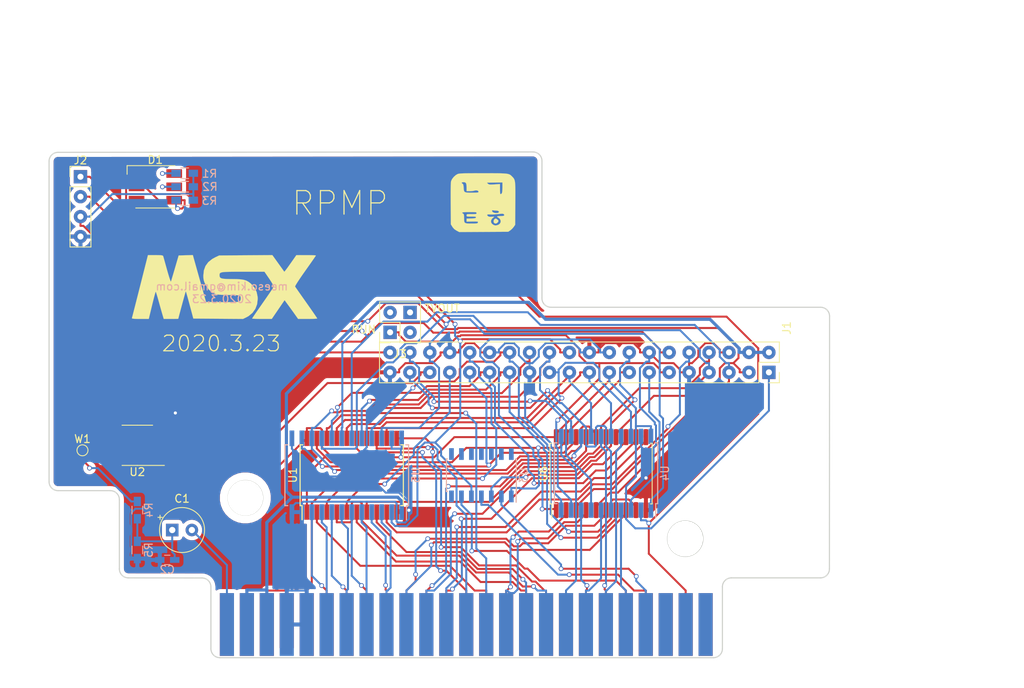
<source format=kicad_pcb>
(kicad_pcb (version 20171130) (host pcbnew 5.1.5+dfsg1-2)
  (layers (0 F.Cu mixed) (31 B.Cu mixed) (34 B.Paste user) (35 F.Paste user) (36 B.SilkS user) (37 F.SilkS user) (38 B.Mask user) (39 F.Mask user) (44 Edge.Cuts user))
  (net 0 "")
  (net 1 GND)
  (net 2 +5V)
  (net 3 /RD3)
  (net 4 /RD4)
  (net 5 /RD6)
  (net 6 /RD7)
  (net 7 /RD0)
  (net 8 /RD1)
  (net 9 /RD2)
  (net 10 /RD5)
  (net 11 /WAIT)
  (net 12 /INT)
  (net 13 /BUSDIR)
  (net 14 /IORQ)
  (net 15 /MREQ)
  (net 16 /WR)
  (net 17 /RD)
  (net 18 /RESET)
  (net 19 /A9)
  (net 20 /A15)
  (net 21 /A11)
  (net 22 /A10)
  (net 23 /A7)
  (net 24 /A6)
  (net 25 /A12)
  (net 26 /A8)
  (net 27 /A14)
  (net 28 /A13)
  (net 29 /A1)
  (net 30 /A0)
  (net 31 /A3)
  (net 32 /A2)
  (net 33 /A5)
  (net 34 /A4)
  (net 35 /D1)
  (net 36 /D0)
  (net 37 /D3)
  (net 38 /D2)
  (net 39 /D5)
  (net 40 /D4)
  (net 41 /D7)
  (net 42 /D6)
  (net 43 /CLK)
  (net 44 +3V3)
  (net 45 "Net-(P1-Pad5)")
  (net 46 "Net-(P1-Pad16)")
  (net 47 /RA8)
  (net 48 /RA11)
  (net 49 /RA15)
  (net 50 /RA12)
  (net 51 /RA13)
  (net 52 /RA14)
  (net 53 "Net-(P1-Pad1)")
  (net 54 "Net-(P1-Pad2)")
  (net 55 "Net-(P1-Pad3)")
  (net 56 /SLTSL)
  (net 57 "Net-(P1-Pad6)")
  (net 58 "Net-(P1-Pad44)")
  (net 59 "Net-(P1-Pad48)")
  (net 60 "Net-(P1-Pad50)")
  (net 61 /M1)
  (net 62 /RC17)
  (net 63 /RC18)
  (net 64 /RC27)
  (net 65 /RC23)
  (net 66 /RC24)
  (net 67 /RC19)
  (net 68 /RC26)
  (net 69 /SOUNDIN)
  (net 70 "Net-(D1-Pad4)")
  (net 71 "Net-(D1-Pad5)")
  (net 72 "Net-(D1-Pad6)")
  (net 73 /DAT_EN)
  (net 74 /DAT_DIR)
  (net 75 /RC21)
  (net 76 /ADDR)
  (net 77 "Net-(C1-Pad1)")
  (net 78 /RA10)
  (net 79 /RA9)
  (net 80 /RC20)
  (net 81 /SND)
  (net 82 "Net-(U2-Pad7)")
  (net 83 /TVOUT)
  (net 84 "Net-(U2-Pad6)")
  (net 85 "Net-(J3-Pad2)")
  (net 86 "Net-(J3-Pad3)")
  (module MSX:msx-logo (layer F.Cu) (at 126.63 66.82)
    (fp_text reference G1 hide)
    (fp_text value LOGO hide)
  )
  (module MSX:srxg (layer F.Cu) (at 159.53 56.51)
    (fp_text reference G2 hide)
    (fp_text value LOGO hide)
  )
  (module Connector_PinSocket_2.54mm:PinSocket_2x20_P2.54mm_Vertical (layer F.Cu) (at 196 77.6945 270)
    (fp_text reference J1 (at -5.65 -2.27 270) (layer F.SilkS))
    (fp_text value RPi_GPIO)
    (pad 40 thru_hole oval (at -2.54 48.26 270) (size 1.7 1.7) (drill 0.773) (layers *.Cu *.Mask) (net 75 /RC21))
    (pad 39 thru_hole oval (at 0 48.26 270) (size 1.7 1.7) (drill 0.773) (layers *.Cu *.Mask) (net 1 GND))
    (pad 38 thru_hole oval (at -2.54 45.72 270) (size 1.7 1.7) (drill 0.773) (layers *.Cu *.Mask) (net 80 /RC20))
    (pad 37 thru_hole oval (at 0 45.72 270) (size 1.7 1.7) (drill 0.773) (layers *.Cu *.Mask) (net 68 /RC26))
    (pad 36 thru_hole oval (at -2.54 43.18 270) (size 1.7 1.7) (drill 0.773) (layers *.Cu *.Mask) (net 73 /DAT_EN))
    (pad 35 thru_hole oval (at 0 43.18 270) (size 1.7 1.7) (drill 0.773) (layers *.Cu *.Mask) (net 67 /RC19))
    (pad 34 thru_hole oval (at -2.54 40.64 270) (size 1.7 1.7) (drill 0.773) (layers *.Cu *.Mask) (net 1 GND))
    (pad 33 thru_hole oval (at 0 40.64 270) (size 1.7 1.7) (drill 0.773) (layers *.Cu *.Mask) (net 51 /RA13))
    (pad 32 thru_hole oval (at -2.54 38.1 270) (size 1.7 1.7) (drill 0.773) (layers *.Cu *.Mask) (net 50 /RA12))
    (pad 31 thru_hole oval (at 0 38.1 270) (size 1.7 1.7) (drill 0.773) (layers *.Cu *.Mask) (net 5 /RD6))
    (pad 30 thru_hole oval (at -2.54 35.56 270) (size 1.7 1.7) (drill 0.773) (layers *.Cu *.Mask) (net 1 GND))
    (pad 29 thru_hole oval (at 0 35.56 270) (size 1.7 1.7) (drill 0.773) (layers *.Cu *.Mask) (net 10 /RD5))
    (pad 28 thru_hole oval (at -2.54 33.02 270) (size 1.7 1.7) (drill 0.773) (layers *.Cu *.Mask) (net 8 /RD1))
    (pad 27 thru_hole oval (at 0 33.02 270) (size 1.7 1.7) (drill 0.773) (layers *.Cu *.Mask) (net 7 /RD0))
    (pad 26 thru_hole oval (at -2.54 30.48 270) (size 1.7 1.7) (drill 0.773) (layers *.Cu *.Mask) (net 6 /RD7))
    (pad 25 thru_hole oval (at 0 30.48 270) (size 1.7 1.7) (drill 0.773) (layers *.Cu *.Mask) (net 1 GND))
    (pad 24 thru_hole oval (at -2.54 27.94 270) (size 1.7 1.7) (drill 0.773) (layers *.Cu *.Mask) (net 47 /RA8))
    (pad 23 thru_hole oval (at 0 27.94 270) (size 1.7 1.7) (drill 0.773) (layers *.Cu *.Mask) (net 48 /RA11))
    (pad 22 thru_hole oval (at -2.54 25.4 270) (size 1.7 1.7) (drill 0.773) (layers *.Cu *.Mask) (net 74 /DAT_DIR))
    (pad 21 thru_hole oval (at 0 25.4 270) (size 1.7 1.7) (drill 0.773) (layers *.Cu *.Mask) (net 79 /RA9))
    (pad 20 thru_hole oval (at -2.54 22.86 270) (size 1.7 1.7) (drill 0.773) (layers *.Cu *.Mask) (net 1 GND))
    (pad 19 thru_hole oval (at 0 22.86 270) (size 1.7 1.7) (drill 0.773) (layers *.Cu *.Mask) (net 78 /RA10))
    (pad 18 thru_hole oval (at -2.54 20.32 270) (size 1.7 1.7) (drill 0.773) (layers *.Cu *.Mask) (net 66 /RC24))
    (pad 17 thru_hole oval (at 0 20.32 270) (size 1.7 1.7) (drill 0.773) (layers *.Cu *.Mask) (net 44 +3V3))
    (pad 16 thru_hole oval (at -2.54 17.78 270) (size 1.7 1.7) (drill 0.773) (layers *.Cu *.Mask) (net 65 /RC23))
    (pad 15 thru_hole oval (at 0 17.78 270) (size 1.7 1.7) (drill 0.773) (layers *.Cu *.Mask) (net 76 /ADDR))
    (pad 14 thru_hole oval (at -2.54 15.24 270) (size 1.7 1.7) (drill 0.773) (layers *.Cu *.Mask) (net 1 GND))
    (pad 13 thru_hole oval (at 0 15.24 270) (size 1.7 1.7) (drill 0.773) (layers *.Cu *.Mask) (net 64 /RC27))
    (pad 12 thru_hole oval (at -2.54 12.7 270) (size 1.7 1.7) (drill 0.773) (layers *.Cu *.Mask) (net 63 /RC18))
    (pad 11 thru_hole oval (at 0 12.7 270) (size 1.7 1.7) (drill 0.773) (layers *.Cu *.Mask) (net 62 /RC17))
    (pad 10 thru_hole oval (at -2.54 10.16 270) (size 1.7 1.7) (drill 0.773) (layers *.Cu *.Mask) (net 49 /RA15))
    (pad 9 thru_hole oval (at 0 10.16 270) (size 1.7 1.7) (drill 0.773) (layers *.Cu *.Mask) (net 1 GND))
    (pad 8 thru_hole oval (at -2.54 7.62 270) (size 1.7 1.7) (drill 0.773) (layers *.Cu *.Mask) (net 52 /RA14))
    (pad 7 thru_hole oval (at 0 7.62 270) (size 1.7 1.7) (drill 0.773) (layers *.Cu *.Mask) (net 4 /RD4))
    (pad 6 thru_hole oval (at -2.54 5.08 270) (size 1.7 1.7) (drill 0.773) (layers *.Cu *.Mask) (net 1 GND))
    (pad 5 thru_hole oval (at 0 5.08 270) (size 1.7 1.7) (drill 0.773) (layers *.Cu *.Mask) (net 3 /RD3))
    (pad 4 thru_hole oval (at -2.54 2.54 270) (size 1.7 1.7) (drill 0.773) (layers *.Cu *.Mask) (net 2 +5V))
    (pad 3 thru_hole oval (at 0 2.54 270) (size 1.7 1.7) (drill 0.773) (layers *.Cu *.Mask) (net 9 /RD2))
    (pad 2 thru_hole oval (at -2.54 0 270) (size 1.7 1.7) (drill 0.773) (layers *.Cu *.Mask) (net 2 +5V))
    (pad 1 thru_hole rect (at 0 0 270) (size 1.7 1.7) (drill 0.773) (layers *.Cu *.Mask) (net 44 +3V3))
  )
  (module Housings_SOIC:SOIC-24W_7.5x15.4mm_Pitch1.27mm (layer B.Cu) (at 142.24 90.805 90)
    (fp_text reference U5 (at 0 8.8 90) (layer B.SilkS) (effects (justify mirror)))
    (fp_text value LVC4245)
    (pad 1 smd rect (at -4.7 6.985 90) (size 2 0.6) (layers B.Cu B.Paste B.Mask) (net 2 +5V))
    (pad 2 smd rect (at -4.7 5.715 90) (size 2 0.6) (layers B.Cu B.Paste B.Mask) (net 74 /DAT_DIR))
    (pad 3 smd rect (at -4.7 4.445 90) (size 2 0.6) (layers B.Cu B.Paste B.Mask) (net 35 /D1))
    (pad 4 smd rect (at -4.7 3.175 90) (size 2 0.6) (layers B.Cu B.Paste B.Mask) (net 36 /D0))
    (pad 5 smd rect (at -4.7 1.905 90) (size 2 0.6) (layers B.Cu B.Paste B.Mask) (net 37 /D3))
    (pad 6 smd rect (at -4.7 0.635 90) (size 2 0.6) (layers B.Cu B.Paste B.Mask) (net 38 /D2))
    (pad 7 smd rect (at -4.7 -0.635 90) (size 2 0.6) (layers B.Cu B.Paste B.Mask) (net 39 /D5))
    (pad 8 smd rect (at -4.7 -1.905 90) (size 2 0.6) (layers B.Cu B.Paste B.Mask) (net 40 /D4))
    (pad 9 smd rect (at -4.7 -3.175 90) (size 2 0.6) (layers B.Cu B.Paste B.Mask) (net 41 /D7))
    (pad 10 smd rect (at -4.7 -4.445 90) (size 2 0.6) (layers B.Cu B.Paste B.Mask) (net 42 /D6))
    (pad 11 smd rect (at -4.7 -5.715 90) (size 2 0.6) (layers B.Cu B.Paste B.Mask) (net 1 GND))
    (pad 12 smd rect (at -4.7 -6.985 90) (size 2 0.6) (layers B.Cu B.Paste B.Mask) (net 1 GND))
    (pad 13 smd rect (at 4.7 -6.985 90) (size 2 0.6) (layers B.Cu B.Paste B.Mask) (net 1 GND))
    (pad 14 smd rect (at 4.7 -5.715 90) (size 2 0.6) (layers B.Cu B.Paste B.Mask) (net 5 /RD6))
    (pad 15 smd rect (at 4.7 -4.445 90) (size 2 0.6) (layers B.Cu B.Paste B.Mask) (net 6 /RD7))
    (pad 16 smd rect (at 4.7 -3.175 90) (size 2 0.6) (layers B.Cu B.Paste B.Mask) (net 4 /RD4))
    (pad 17 smd rect (at 4.7 -1.905 90) (size 2 0.6) (layers B.Cu B.Paste B.Mask) (net 10 /RD5))
    (pad 18 smd rect (at 4.7 -0.635 90) (size 2 0.6) (layers B.Cu B.Paste B.Mask) (net 9 /RD2))
    (pad 19 smd rect (at 4.7 0.635 90) (size 2 0.6) (layers B.Cu B.Paste B.Mask) (net 3 /RD3))
    (pad 20 smd rect (at 4.7 1.905 90) (size 2 0.6) (layers B.Cu B.Paste B.Mask) (net 7 /RD0))
    (pad 21 smd rect (at 4.7 3.175 90) (size 2 0.6) (layers B.Cu B.Paste B.Mask) (net 8 /RD1))
    (pad 22 smd rect (at 4.7 4.445 90) (size 2 0.6) (layers B.Cu B.Paste B.Mask) (net 73 /DAT_EN))
    (pad 23 smd rect (at 4.7 5.715 90) (size 2 0.6) (layers B.Cu B.Paste B.Mask) (net 44 +3V3))
    (pad 24 smd rect (at 4.7 6.985 90) (size 2 0.6) (layers B.Cu B.Paste B.Mask) (net 44 +3V3))
  )
  (module Resistors_SMD:R_0603_HandSoldering (layer B.Cu) (at 121.602 55.753)
    (fp_text reference R3 (at 3.1628 0.0762) (layer B.SilkS) (effects (justify mirror)))
    (fp_text value R)
    (pad 1 smd rect (at -1.1 0) (size 1.2 0.9) (layers B.Cu B.Paste B.Mask) (net 70 "Net-(D1-Pad4)"))
    (pad 2 smd rect (at 1.1 0) (size 1.2 0.9) (layers B.Cu B.Paste B.Mask) (net 44 +3V3))
  )
  (module Resistors_SMD:R_0603_HandSoldering (layer B.Cu) (at 115.57 100.33 90)
    (fp_text reference R5 (at 0 1.45 90) (layer B.SilkS) (effects (justify mirror)))
    (fp_text value R)
    (pad 1 smd rect (at -1.1 0 90) (size 1.2 0.9) (layers B.Cu B.Paste B.Mask) (net 1 GND))
    (pad 2 smd rect (at 1.1 0 90) (size 1.2 0.9) (layers B.Cu B.Paste B.Mask) (net 77 "Net-(C1-Pad1)"))
  )
  (module LEDs:LED_RGB_5050-6 (layer F.Cu) (at 117.869 54.053)
    (fp_text reference D1 (at -0.013 -3.4435 180) (layer F.SilkS))
    (fp_text value LED_RGB)
    (pad 1 smd rect (at -2.4 -1.7 90) (size 1.1 2) (layers F.Cu F.Paste F.Mask) (net 73 /DAT_EN))
    (pad 2 smd rect (at -2.4 0 90) (size 1.1 2) (layers F.Cu F.Paste F.Mask) (net 56 /SLTSL))
    (pad 3 smd rect (at -2.4 1.7 90) (size 1.1 2) (layers F.Cu F.Paste F.Mask) (net 74 /DAT_DIR))
    (pad 4 smd rect (at 2.4 1.7 90) (size 1.1 2) (layers F.Cu F.Paste F.Mask) (net 70 "Net-(D1-Pad4)"))
    (pad 5 smd rect (at 2.4 0 90) (size 1.1 2) (layers F.Cu F.Paste F.Mask) (net 71 "Net-(D1-Pad5)"))
    (pad 6 smd rect (at 2.4 -1.7 90) (size 1.1 2) (layers F.Cu F.Paste F.Mask) (net 72 "Net-(D1-Pad6)"))
  )
  (module Resistors_SMD:R_0603_HandSoldering (layer B.Cu) (at 121.602 52.324)
    (fp_text reference R1 (at 3.1628 0.0508) (layer B.SilkS) (effects (justify mirror)))
    (fp_text value R)
    (pad 1 smd rect (at -1.1 0) (size 1.2 0.9) (layers B.Cu B.Paste B.Mask) (net 72 "Net-(D1-Pad6)"))
    (pad 2 smd rect (at 1.1 0) (size 1.2 0.9) (layers B.Cu B.Paste B.Mask) (net 44 +3V3))
  )
  (module Housings_SOIC:SOIC-14_3.9x8.7mm_Pitch1.27mm (layer B.Cu) (at 159.385 90.805 90)
    (fp_text reference U3 (at 0 5.375 270) (layer B.SilkS) (effects (justify mirror)))
    (fp_text value 74LS07)
    (pad 1 smd rect (at -2.7 3.81 90) (size 1.5 0.6) (layers B.Cu B.Paste B.Mask) (net 66 /RC24))
    (pad 2 smd rect (at -2.7 2.54 90) (size 1.5 0.6) (layers B.Cu B.Paste B.Mask) (net 11 /WAIT))
    (pad 3 smd rect (at -2.7 1.27 90) (size 1.5 0.6) (layers B.Cu B.Paste B.Mask) (net 65 /RC23))
    (pad 4 smd rect (at -2.7 0 90) (size 1.5 0.6) (layers B.Cu B.Paste B.Mask) (net 12 /INT))
    (pad 5 smd rect (at -2.7 -1.27 90) (size 1.5 0.6) (layers B.Cu B.Paste B.Mask) (net 74 /DAT_DIR))
    (pad 6 smd rect (at -2.7 -2.54 90) (size 1.5 0.6) (layers B.Cu B.Paste B.Mask) (net 13 /BUSDIR))
    (pad 7 smd rect (at -2.7 -3.81 90) (size 1.5 0.6) (layers B.Cu B.Paste B.Mask))
    (pad 8 smd rect (at 2.7 -3.81 90) (size 1.5 0.6) (layers B.Cu B.Paste B.Mask))
    (pad 9 smd rect (at 2.7 -2.54 90) (size 1.5 0.6) (layers B.Cu B.Paste B.Mask))
    (pad 10 smd rect (at 2.7 -1.27 90) (size 1.5 0.6) (layers B.Cu B.Paste B.Mask))
    (pad 11 smd rect (at 2.7 0 90) (size 1.5 0.6) (layers B.Cu B.Paste B.Mask))
    (pad 12 smd rect (at 2.7 1.27 90) (size 1.5 0.6) (layers B.Cu B.Paste B.Mask))
    (pad 13 smd rect (at 2.7 2.54 90) (size 1.5 0.6) (layers B.Cu B.Paste B.Mask))
    (pad 14 smd rect (at 2.7 3.81 90) (size 1.5 0.6) (layers B.Cu B.Paste B.Mask))
  )
  (module Pin_Headers:Pin_Header_Straight_1x04_Pitch2.54mm (layer F.Cu) (at 108.331 52.7685)
    (fp_text reference J2 (at 0 -2.0955) (layer F.SilkS))
    (fp_text value Conn_01x04)
    (pad 1 thru_hole rect (at 0 0) (size 1.7 1.7) (drill 0.773) (layers *.Cu *.Mask) (net 9 /RD2))
    (pad 2 thru_hole oval (at 0 2.54) (size 1.7 1.7) (drill 0.773) (layers *.Cu *.Mask) (net 3 /RD3))
    (pad 3 thru_hole oval (at 0 5.08) (size 1.7 1.7) (drill 0.773) (layers *.Cu *.Mask) (net 44 +3V3))
    (pad 4 thru_hole oval (at 0 7.62) (size 1.7 1.7) (drill 0.773) (layers *.Cu *.Mask) (net 1 GND))
  )
  (module Resistors_SMD:R_0603_HandSoldering (layer B.Cu) (at 115.57 95.25 90)
    (fp_text reference R4 (at 0 1.45 90) (layer B.SilkS) (effects (justify mirror)))
    (fp_text value R)
    (pad 1 smd rect (at -1.1 0 90) (size 1.2 0.9) (layers B.Cu B.Paste B.Mask) (net 77 "Net-(C1-Pad1)"))
    (pad 2 smd rect (at 1.1 0 90) (size 1.2 0.9) (layers B.Cu B.Paste B.Mask) (net 81 /SND))
  )
  (module Housings_SOIC:SOIC-20W_7.5x12.8mm_Pitch1.27mm (layer F.Cu) (at 142.875 90.805 90)
    (fp_text reference U1 (at 0 -7.5 90) (layer F.SilkS))
    (fp_text value 74HC244)
    (pad 1 smd rect (at -4.7 -5.715 90) (size 1.95 0.6) (layers F.Cu F.Paste F.Mask) (net 76 /ADDR))
    (pad 2 smd rect (at -4.7 -4.445 90) (size 1.95 0.6) (layers F.Cu F.Paste F.Mask) (net 26 /A8))
    (pad 3 smd rect (at -4.7 -3.175 90) (size 1.95 0.6) (layers F.Cu F.Paste F.Mask) (net 50 /RA12))
    (pad 4 smd rect (at -4.7 -1.905 90) (size 1.95 0.6) (layers F.Cu F.Paste F.Mask) (net 19 /A9))
    (pad 5 smd rect (at -4.7 -0.635 90) (size 1.95 0.6) (layers F.Cu F.Paste F.Mask) (net 51 /RA13))
    (pad 6 smd rect (at -4.7 0.635 90) (size 1.95 0.6) (layers F.Cu F.Paste F.Mask) (net 22 /A10))
    (pad 7 smd rect (at -4.7 1.905 90) (size 1.95 0.6) (layers F.Cu F.Paste F.Mask) (net 52 /RA14))
    (pad 8 smd rect (at -4.7 3.175 90) (size 1.95 0.6) (layers F.Cu F.Paste F.Mask) (net 21 /A11))
    (pad 9 smd rect (at -4.7 4.445 90) (size 1.95 0.6) (layers F.Cu F.Paste F.Mask) (net 49 /RA15))
    (pad 10 smd rect (at -4.7 5.715 90) (size 1.95 0.6) (layers F.Cu F.Paste F.Mask) (net 1 GND))
    (pad 11 smd rect (at 4.7 5.715 90) (size 1.95 0.6) (layers F.Cu F.Paste F.Mask) (net 20 /A15))
    (pad 12 smd rect (at 4.7 4.445 90) (size 1.95 0.6) (layers F.Cu F.Paste F.Mask) (net 48 /RA11))
    (pad 13 smd rect (at 4.7 3.175 90) (size 1.95 0.6) (layers F.Cu F.Paste F.Mask) (net 27 /A14))
    (pad 14 smd rect (at 4.7 1.905 90) (size 1.95 0.6) (layers F.Cu F.Paste F.Mask) (net 78 /RA10))
    (pad 15 smd rect (at 4.7 0.635 90) (size 1.95 0.6) (layers F.Cu F.Paste F.Mask) (net 28 /A13))
    (pad 16 smd rect (at 4.7 -0.635 90) (size 1.95 0.6) (layers F.Cu F.Paste F.Mask) (net 79 /RA9))
    (pad 17 smd rect (at 4.7 -1.905 90) (size 1.95 0.6) (layers F.Cu F.Paste F.Mask) (net 25 /A12))
    (pad 18 smd rect (at 4.7 -3.175 90) (size 1.95 0.6) (layers F.Cu F.Paste F.Mask) (net 47 /RA8))
    (pad 19 smd rect (at 4.7 -4.445 90) (size 1.95 0.6) (layers F.Cu F.Paste F.Mask) (net 76 /ADDR))
    (pad 20 smd rect (at 4.7 -5.715 90) (size 1.95 0.6) (layers F.Cu F.Paste F.Mask) (net 44 +3V3))
  )
  (module Resistors_SMD:R_0603_HandSoldering (layer B.Cu) (at 121.602 54.0385)
    (fp_text reference R2 (at 3.2136 0.0127) (layer B.SilkS) (effects (justify mirror)))
    (fp_text value R)
    (pad 1 smd rect (at -1.1 0) (size 1.2 0.9) (layers B.Cu B.Paste B.Mask) (net 71 "Net-(D1-Pad5)"))
    (pad 2 smd rect (at 1.1 0) (size 1.2 0.9) (layers B.Cu B.Paste B.Mask) (net 44 +3V3))
  )
  (module Housings_SOIC:SOIC-20W_7.5x12.8mm_Pitch1.27mm (layer B.Cu) (at 175.26 90.552 90)
    (fp_text reference U4 (at 0 7.5 90) (layer B.SilkS) (effects (justify mirror)))
    (fp_text value 74HC244)
    (pad 1 smd rect (at -4.7 5.715 90) (size 1.95 0.6) (layers B.Cu B.Paste B.Mask) (net 73 /DAT_EN))
    (pad 2 smd rect (at -4.7 4.445 90) (size 1.95 0.6) (layers B.Cu B.Paste B.Mask) (net 56 /SLTSL))
    (pad 3 smd rect (at -4.7 3.175 90) (size 1.95 0.6) (layers B.Cu B.Paste B.Mask) (net 64 /RC27))
    (pad 4 smd rect (at -4.7 1.905 90) (size 1.95 0.6) (layers B.Cu B.Paste B.Mask) (net 61 /M1))
    (pad 5 smd rect (at -4.7 0.635 90) (size 1.95 0.6) (layers B.Cu B.Paste B.Mask) (net 68 /RC26))
    (pad 6 smd rect (at -4.7 -0.635 90) (size 1.95 0.6) (layers B.Cu B.Paste B.Mask) (net 16 /WR))
    (pad 7 smd rect (at -4.7 -1.905 90) (size 1.95 0.6) (layers B.Cu B.Paste B.Mask) (net 80 /RC20))
    (pad 8 smd rect (at -4.7 -3.175 90) (size 1.95 0.6) (layers B.Cu B.Paste B.Mask) (net 17 /RD))
    (pad 9 smd rect (at -4.7 -4.445 90) (size 1.95 0.6) (layers B.Cu B.Paste B.Mask) (net 62 /RC17))
    (pad 10 smd rect (at -4.7 -5.715 90) (size 1.95 0.6) (layers B.Cu B.Paste B.Mask) (net 1 GND))
    (pad 11 smd rect (at 4.7 -5.715 90) (size 1.95 0.6) (layers B.Cu B.Paste B.Mask) (net 18 /RESET))
    (pad 12 smd rect (at 4.7 -4.445 90) (size 1.95 0.6) (layers B.Cu B.Paste B.Mask) (net 47 /RA8))
    (pad 13 smd rect (at 4.7 -3.175 90) (size 1.95 0.6) (layers B.Cu B.Paste B.Mask) (net 43 /CLK))
    (pad 14 smd rect (at 4.7 -1.905 90) (size 1.95 0.6) (layers B.Cu B.Paste B.Mask) (net 79 /RA9))
    (pad 15 smd rect (at 4.7 -0.635 90) (size 1.95 0.6) (layers B.Cu B.Paste B.Mask) (net 15 /MREQ))
    (pad 16 smd rect (at 4.7 0.635 90) (size 1.95 0.6) (layers B.Cu B.Paste B.Mask) (net 78 /RA10))
    (pad 17 smd rect (at 4.7 1.905 90) (size 1.95 0.6) (layers B.Cu B.Paste B.Mask) (net 14 /IORQ))
    (pad 18 smd rect (at 4.7 3.175 90) (size 1.95 0.6) (layers B.Cu B.Paste B.Mask) (net 48 /RA11))
    (pad 19 smd rect (at 4.7 4.445 90) (size 1.95 0.6) (layers B.Cu B.Paste B.Mask) (net 1 GND))
    (pad 20 smd rect (at 4.7 5.715 90) (size 1.95 0.6) (layers B.Cu B.Paste B.Mask) (net 44 +3V3))
  )
  (module Capacitors_SMD:C_0603_HandSoldering (layer B.Cu) (at 119.38 101.6)
    (fp_text reference C2 (at 0 1.25) (layer B.SilkS) (effects (justify mirror)))
    (fp_text value C)
    (pad 1 smd rect (at -0.95 0) (size 1.2 0.75) (layers B.Cu B.Paste B.Mask) (net 1 GND))
    (pad 2 smd rect (at 0.95 0) (size 1.2 0.75) (layers B.Cu B.Paste B.Mask) (net 77 "Net-(C1-Pad1)"))
  )
  (module MSX:card_edge_connector (layer F.Cu) (at 156.2 106.68)
    (fp_text reference P1 hide)
    (fp_text value CONN_02X25)
    (pad "" np_thru_hole circle (at 29.12364 -7.78256) (size 4.5 4.5) (drill 4.5) (layers *.Cu *.Mask F.SilkS) (clearance 1))
    (pad 1 connect rect (at 31.73984 3.14744) (size 1.8 8) (layers B.Cu B.Mask) (net 53 "Net-(P1-Pad1)"))
    (pad 2 connect rect (at 31.73984 3.14744) (size 1.8 8) (layers F.Cu F.Mask) (net 54 "Net-(P1-Pad2)"))
    (pad 3 connect rect (at 29.19984 3.14744) (size 1.8 8) (layers B.Cu B.Mask) (net 55 "Net-(P1-Pad3)"))
    (pad 4 connect rect (at 29.19984 3.14744) (size 1.8 8) (layers F.Cu F.Mask) (net 56 /SLTSL))
    (pad 5 connect rect (at 26.65984 3.14744) (size 1.8 8) (layers B.Cu B.Mask) (net 45 "Net-(P1-Pad5)"))
    (pad 6 connect rect (at 26.65984 3.14744) (size 1.8 8) (layers F.Cu F.Mask) (net 57 "Net-(P1-Pad6)"))
    (pad 7 connect rect (at 24.11984 3.14744) (size 1.8 8) (layers B.Cu B.Mask) (net 11 /WAIT))
    (pad 8 connect rect (at 24.11984 3.14744) (size 1.8 8) (layers F.Cu F.Mask) (net 12 /INT))
    (pad 9 connect rect (at 21.57984 3.14744) (size 1.8 8) (layers B.Cu B.Mask) (net 61 /M1))
    (pad 10 connect rect (at 21.57984 3.14744) (size 1.8 8) (layers F.Cu F.Mask) (net 13 /BUSDIR))
    (pad 11 connect rect (at 19.03984 3.14744) (size 1.8 8) (layers B.Cu B.Mask) (net 14 /IORQ))
    (pad 12 connect rect (at 19.03984 3.14744) (size 1.8 8) (layers F.Cu F.Mask) (net 15 /MREQ))
    (pad 13 connect rect (at 16.49984 3.14744) (size 1.8 8) (layers B.Cu B.Mask) (net 16 /WR))
    (pad 14 connect rect (at 16.49984 3.14744) (size 1.8 8) (layers F.Cu F.Mask) (net 17 /RD))
    (pad 15 connect rect (at 13.95984 3.14744) (size 1.8 8) (layers B.Cu B.Mask) (net 18 /RESET))
    (pad 16 connect rect (at 13.95984 3.14744) (size 1.8 8) (layers F.Cu F.Mask) (net 46 "Net-(P1-Pad16)"))
    (pad 17 connect rect (at 11.41984 3.14744) (size 1.8 8) (layers B.Cu B.Mask) (net 19 /A9))
    (pad 18 connect rect (at 11.41984 3.14744) (size 1.8 8) (layers F.Cu F.Mask) (net 20 /A15))
    (pad 19 connect rect (at 8.87984 3.14744) (size 1.8 8) (layers B.Cu B.Mask) (net 21 /A11))
    (pad 20 connect rect (at 8.87984 3.14744) (size 1.8 8) (layers F.Cu F.Mask) (net 22 /A10))
    (pad 21 connect rect (at 6.33984 3.14744) (size 1.8 8) (layers B.Cu B.Mask) (net 23 /A7))
    (pad 22 connect rect (at 6.33984 3.14744) (size 1.8 8) (layers F.Cu F.Mask) (net 24 /A6))
    (pad 23 connect rect (at 3.79984 3.14744) (size 1.8 8) (layers B.Cu B.Mask) (net 25 /A12))
    (pad 24 connect rect (at 3.79984 3.14744) (size 1.8 8) (layers F.Cu F.Mask) (net 26 /A8))
    (pad 25 connect rect (at 1.25984 3.14744) (size 1.8 8) (layers B.Cu B.Mask) (net 27 /A14))
    (pad 26 connect rect (at 1.25984 3.14744) (size 1.8 8) (layers F.Cu F.Mask) (net 28 /A13))
    (pad 27 connect rect (at -1.28016 3.14744) (size 1.8 8) (layers B.Cu B.Mask) (net 29 /A1))
    (pad 28 connect rect (at -1.28016 3.14744) (size 1.8 8) (layers F.Cu F.Mask) (net 30 /A0))
    (pad 29 connect rect (at -3.82016 3.14744) (size 1.8 8) (layers B.Cu B.Mask) (net 31 /A3))
    (pad 30 connect rect (at -3.82016 3.14744) (size 1.8 8) (layers F.Cu F.Mask) (net 32 /A2))
    (pad 31 connect rect (at -6.36016 3.14744) (size 1.8 8) (layers B.Cu B.Mask) (net 33 /A5))
    (pad 32 connect rect (at -6.36016 3.14744) (size 1.8 8) (layers F.Cu F.Mask) (net 34 /A4))
    (pad 33 connect rect (at -8.90016 3.14744) (size 1.8 8) (layers B.Cu B.Mask) (net 35 /D1))
    (pad 34 connect rect (at -8.90016 3.14744) (size 1.8 8) (layers F.Cu F.Mask) (net 36 /D0))
    (pad 35 connect rect (at -11.44016 3.14744) (size 1.8 8) (layers B.Cu B.Mask) (net 37 /D3))
    (pad 36 connect rect (at -11.44016 3.14744) (size 1.8 8) (layers F.Cu F.Mask) (net 38 /D2))
    (pad 37 connect rect (at -13.98016 3.14744) (size 1.8 8) (layers B.Cu B.Mask) (net 39 /D5))
    (pad 38 connect rect (at -13.98016 3.14744) (size 1.8 8) (layers F.Cu F.Mask) (net 40 /D4))
    (pad 39 connect rect (at -16.52016 3.14744) (size 1.8 8) (layers B.Cu B.Mask) (net 41 /D7))
    (pad 40 connect rect (at -16.52016 3.14744) (size 1.8 8) (layers F.Cu F.Mask) (net 42 /D6))
    (pad 41 connect rect (at -19.06016 3.14744) (size 1.8 8) (layers B.Cu B.Mask) (net 1 GND))
    (pad 42 connect rect (at -19.06016 3.14744) (size 1.8 8) (layers F.Cu F.Mask) (net 43 /CLK))
    (pad 43 connect rect (at -21.60016 3.14744) (size 1.8 8) (layers B.Cu B.Mask) (net 1 GND))
    (pad 44 connect rect (at -21.60524 2.65468) (size 1.8 7) (layers F.Cu F.Mask) (net 58 "Net-(P1-Pad44)"))
    (pad 45 connect rect (at -24.14016 3.14744) (size 1.8 8) (layers B.Cu B.Mask) (net 2 +5V))
    (pad 46 connect rect (at -24.14016 3.14744) (size 1.8 8) (layers F.Cu F.Mask) (net 58 "Net-(P1-Pad44)"))
    (pad 47 connect rect (at -26.68016 3.14744) (size 1.8 8) (layers B.Cu B.Mask) (net 2 +5V))
    (pad 48 connect rect (at -26.68016 3.14744) (size 1.8 8) (layers F.Cu F.Mask) (net 59 "Net-(P1-Pad48)"))
    (pad 49 connect rect (at -29.22016 3.14744) (size 1.8 8) (layers B.Cu B.Mask) (net 69 /SOUNDIN))
    (pad 50 connect rect (at -29.22016 3.14744) (size 1.8 8) (layers F.Cu F.Mask) (net 60 "Net-(P1-Pad50)"))
    (pad "" np_thru_hole circle (at -26.87574 -12.98448) (size 4.5 4.5) (drill 4.5) (layers *.Cu *.Mask F.SilkS) (clearance 1))
  )
  (module Package_SO:SOP-8_3.9x4.9mm_P1.27mm (layer F.Cu) (at 115.57 86.995 180)
    (fp_text reference U2 (at 0 -3.4) (layer F.SilkS))
    (fp_text value PT8211)
    (pad 1 smd roundrect (at -2.625 -1.905 180) (size 1.65 0.6) (layers F.Cu F.Paste F.Mask) (net 63 /RC18))
    (pad 2 smd roundrect (at -2.625 -0.635 180) (size 1.65 0.6) (layers F.Cu F.Paste F.Mask) (net 67 /RC19))
    (pad 3 smd roundrect (at -2.625 0.635 180) (size 1.65 0.6) (layers F.Cu F.Paste F.Mask) (net 75 /RC21))
    (pad 4 smd roundrect (at -2.625 1.905 180) (size 1.65 0.6) (layers F.Cu F.Paste F.Mask) (net 1 GND))
    (pad 5 smd roundrect (at 2.625 1.905 180) (size 1.65 0.6) (layers F.Cu F.Paste F.Mask) (net 44 +3V3))
    (pad 6 smd roundrect (at 2.625 0.635 180) (size 1.65 0.6) (layers F.Cu F.Paste F.Mask) (net 84 "Net-(U2-Pad6)"))
    (pad 7 smd roundrect (at 2.625 -0.635 180) (size 1.65 0.6) (layers F.Cu F.Paste F.Mask) (net 82 "Net-(U2-Pad7)"))
    (pad 8 smd roundrect (at 2.625 -1.905 180) (size 1.65 0.6) (layers F.Cu F.Paste F.Mask) (net 84 "Net-(U2-Pad6)"))
  )
  (module Package_SO:SOIC-20W_7.5x12.8mm_P1.27mm (layer F.Cu) (at 174.625 90.6 90)
    (fp_text reference U6 (at 0 -7.35 90) (layer F.SilkS))
    (fp_text value 74HC244)
    (pad 1 smd roundrect (at -4.65 -5.715 90) (size 2.05 0.6) (layers F.Cu F.Paste F.Mask) (net 76 /ADDR))
    (pad 2 smd roundrect (at -4.65 -4.445 90) (size 2.05 0.6) (layers F.Cu F.Paste F.Mask) (net 24 /A6))
    (pad 3 smd roundrect (at -4.65 -3.175 90) (size 2.05 0.6) (layers F.Cu F.Paste F.Mask) (net 9 /RD2))
    (pad 4 smd roundrect (at -4.65 -1.905 90) (size 2.05 0.6) (layers F.Cu F.Paste F.Mask) (net 23 /A7))
    (pad 5 smd roundrect (at -4.65 -0.635 90) (size 2.05 0.6) (layers F.Cu F.Paste F.Mask) (net 3 /RD3))
    (pad 6 smd roundrect (at -4.65 0.635 90) (size 2.05 0.6) (layers F.Cu F.Paste F.Mask) (net 34 /A4))
    (pad 7 smd roundrect (at -4.65 1.905 90) (size 2.05 0.6) (layers F.Cu F.Paste F.Mask) (net 7 /RD0))
    (pad 8 smd roundrect (at -4.65 3.175 90) (size 2.05 0.6) (layers F.Cu F.Paste F.Mask) (net 33 /A5))
    (pad 9 smd roundrect (at -4.65 4.445 90) (size 2.05 0.6) (layers F.Cu F.Paste F.Mask) (net 8 /RD1))
    (pad 10 smd roundrect (at -4.65 5.715 90) (size 2.05 0.6) (layers F.Cu F.Paste F.Mask) (net 1 GND))
    (pad 11 smd roundrect (at 4.65 5.715 90) (size 2.05 0.6) (layers F.Cu F.Paste F.Mask) (net 29 /A1))
    (pad 12 smd roundrect (at 4.65 4.445 90) (size 2.05 0.6) (layers F.Cu F.Paste F.Mask) (net 10 /RD5))
    (pad 13 smd roundrect (at 4.65 3.175 90) (size 2.05 0.6) (layers F.Cu F.Paste F.Mask) (net 30 /A0))
    (pad 14 smd roundrect (at 4.65 1.905 90) (size 2.05 0.6) (layers F.Cu F.Paste F.Mask) (net 4 /RD4))
    (pad 15 smd roundrect (at 4.65 0.635 90) (size 2.05 0.6) (layers F.Cu F.Paste F.Mask) (net 31 /A3))
    (pad 16 smd roundrect (at 4.65 -0.635 90) (size 2.05 0.6) (layers F.Cu F.Paste F.Mask) (net 6 /RD7))
    (pad 17 smd roundrect (at 4.65 -1.905 90) (size 2.05 0.6) (layers F.Cu F.Paste F.Mask) (net 32 /A2))
    (pad 18 smd roundrect (at 4.65 -3.175 90) (size 2.05 0.6) (layers F.Cu F.Paste F.Mask) (net 5 /RD6))
    (pad 19 smd roundrect (at 4.65 -4.445 90) (size 2.05 0.6) (layers F.Cu F.Paste F.Mask) (net 76 /ADDR))
    (pad 20 smd roundrect (at 4.65 -5.715 90) (size 2.05 0.6) (layers F.Cu F.Paste F.Mask) (net 44 +3V3))
  )
  (module Connector_PinSocket_2.54mm:PinSocket_2x02_P2.54mm_Vertical (layer F.Cu) (at 147.76 72.5945 180)
    (fp_text reference J3 (at -1.27 -2.77) (layer F.SilkS))
    (fp_text value Conn_02x02_Counter_Clockwise)
    (pad 1 thru_hole rect (at 0 0 180) (size 1.7 1.7) (drill 0.773) (layers *.Cu *.Mask) (net 62 /RC17))
    (pad 2 thru_hole oval (at -2.54 0 180) (size 1.7 1.7) (drill 0.773) (layers *.Cu *.Mask) (net 85 "Net-(J3-Pad2)"))
    (pad 3 thru_hole oval (at 0 2.54 180) (size 1.7 1.7) (drill 0.773) (layers *.Cu *.Mask) (net 86 "Net-(J3-Pad3)"))
    (pad 4 thru_hole rect (at -2.54 2.54 180) (size 1.7 1.7) (drill 0.773) (layers *.Cu *.Mask) (net 83 /TVOUT))
  )
  (module Capacitor_THT:CP_Radial_Tantal_D5.5mm_P2.50mm (layer F.Cu) (at 120.015 97.79)
    (fp_text reference C1 (at 1.25 -4) (layer F.SilkS))
    (fp_text value CP)
    (pad 1 thru_hole rect (at 0 0) (size 1.6 1.6) (drill 0.8) (layers *.Cu *.Mask) (net 77 "Net-(C1-Pad1)"))
    (pad 2 thru_hole circle (at 2.5 0) (size 1.6 1.6) (drill 0.8) (layers *.Cu *.Mask) (net 69 /SOUNDIN))
  )
  (module MSX:TestPoint_Pad_D1.0mm (layer F.Cu) (at 108.585 87.63)
    (fp_text reference W1 (at 0 -1.448) (layer F.SilkS))
    (fp_text value TEST_1P)
    (pad 1 smd circle (at 0 0) (size 1 1) (layers F.Cu F.Mask) (net 84 "Net-(U2-Pad6)"))
    (pad 2 smd circle (at 0.01016 1.23698) (size 1 1) (layers F.Cu F.Mask) (net 81 /SND))
  )
  (gr_arc (start 114.427 102.743) (end 114.427 103.886) (angle 90) (layer Edge.Cuts) (width 0.15))
  (gr_line (start 114.427 103.886) (end 123.7996 103.8987) (layer Edge.Cuts) (width 0.15))
  (gr_line (start 168.243 69.4) (end 202.575 69.4) (layer Edge.Cuts) (width 0.15))
  (gr_arc (start 123.7996 105.0417) (end 123.7996 103.8987) (angle 90) (layer Edge.Cuts) (width 0.15))
  (gr_line (start 113.284 93.9165) (end 113.284 102.743) (angle 90) (layer Edge.Cuts) (width 0.15))
  (gr_text "meeso.kim@gmail.com\n2020.3.23" (at 126.33 67.55) (layer B.SilkS) (effects (font (size 1 1)) (justify mirror)))
  (gr_text 2020.3.23 (at 126.27 74.03) (layer F.SilkS) (effects (font (size 2 2))))
  (gr_text RPMP (at 141.39 56.15) (layer F.SilkS) (effects (font (size 3 3))))
  (gr_text TVOUT (at 154.4 69.54) (layer F.SilkS) (effects (font (size 1 1))))
  (gr_text RUN (at 144.4 72.23) (layer F.SilkS) (effects (font (size 1 1))))
  (gr_line (start 165.957 49.607) (end 105.4735 49.657) (angle 90) (layer Edge.Cuts) (width 0.15))
  (gr_arc (start 165.957 50.75) (end 167.1 50.75) (angle -90) (layer Edge.Cuts) (width 0.15))
  (gr_arc (start 112.141 93.9165) (end 112.141 92.7735) (angle 90) (layer Edge.Cuts) (width 0.15))
  (gr_arc (start 105.4735 91.6305) (end 105.4735 92.7735) (angle 90) (layer Edge.Cuts) (width 0.15))
  (gr_line (start 112.141 92.7735) (end 105.4735 92.7735) (layer Edge.Cuts) (width 0.15))
  (gr_arc (start 191.2239 105.029) (end 191.2239 103.886) (angle -90) (layer Edge.Cuts) (width 0.15))
  (gr_circle (center 129.3368 93.6879) (end 130.9878 95.1611) (layer Edge.Cuts) (width 0.15))
  (gr_circle (center 185.3438 98.8949) (end 187.1472 100.2538) (layer Edge.Cuts) (width 0.15))
  (gr_arc (start 105.4735 50.8) (end 104.3305 50.8) (angle 90) (layer Edge.Cuts) (width 0.15))
  (gr_line (start 104.3305 91.6305) (end 104.3305 50.8) (layer Edge.Cuts) (width 0.15))
  (gr_line (start 167.1 68.224552) (end 167.1 50.75) (angle 90) (layer Edge.Cuts) (width 0.15))
  (gr_arc (start 168.243 68.256552) (end 167.1 68.224552) (angle -91.60366242) (layer Edge.Cuts) (width 0.15))
  (gr_line (start 124.9426 112.9157) (end 124.9426 105.0417) (layer Edge.Cuts) (width 0.15))
  (gr_line (start 191.2239 103.886) (end 202.565 103.886) (layer Edge.Cuts) (width 0.15))
  (gr_arc (start 202.565 102.743) (end 202.565 103.886) (angle -90) (layer Edge.Cuts) (width 0.15))
  (gr_line (start 190.0809 112.9157) (end 190.0809 105.029) (layer Edge.Cuts) (width 0.15))
  (gr_line (start 126.0856 114.0587) (end 188.9379 114.0587) (angle 90) (layer Edge.Cuts) (width 0.15))
  (gr_arc (start 188.9379 112.9157) (end 188.9379 114.0587) (angle -90) (layer Edge.Cuts) (width 0.15))
  (gr_arc (start 126.0856 112.9157) (end 126.0856 114.0587) (angle 90) (layer Edge.Cuts) (width 0.15))
  (gr_line (start 203.708 102.743) (end 203.725 70.542979) (angle 90) (layer Edge.Cuts) (width 0.15))
  (gr_arc (start 202.582 70.542979) (end 203.725 70.542979) (angle -90.35089485) (layer Edge.Cuts) (width 0.15))
  (segment (start 169.545 93.9517) (end 168.6577 93.0644) (width 0.25) (layer B.Cu) (net 1))
  (segment (start 168.6577 93.0644) (end 168.6577 87.5876) (width 0.25) (layer B.Cu) (net 1))
  (segment (start 168.6577 87.5876) (end 168.2277 87.1576) (width 0.25) (layer B.Cu) (net 1))
  (segment (start 168.2277 87.1576) (end 168.2277 86.7172) (width 0.25) (layer B.Cu) (net 1))
  (segment (start 168.2277 86.7172) (end 164.9585 83.448) (width 0.25) (layer B.Cu) (net 1))
  (segment (start 164.9585 83.448) (end 164.9585 79.4313) (width 0.25) (layer B.Cu) (net 1))
  (segment (start 164.9585 79.4313) (end 165.52 78.8698) (width 0.25) (layer B.Cu) (net 1))
  (segment (start 180.76 76.3298) (end 180.3927 76.3298) (width 0.25) (layer B.Cu) (net 1))
  (segment (start 180.3927 76.3298) (end 179.574 77.1485) (width 0.25) (layer B.Cu) (net 1))
  (segment (start 179.574 77.1485) (end 179.574 82.1642) (width 0.25) (layer B.Cu) (net 1))
  (segment (start 179.574 82.1642) (end 181.4687 84.0589) (width 0.25) (layer B.Cu) (net 1))
  (segment (start 181.4687 84.0589) (end 181.4687 84.3148) (width 0.25) (layer B.Cu) (net 1))
  (segment (start 181.4687 84.3148) (end 181.6205 84.4666) (width 0.25) (layer B.Cu) (net 1))
  (segment (start 181.6205 84.4666) (end 181.6205 86.9504) (width 0.25) (layer B.Cu) (net 1))
  (segment (start 181.6205 86.9504) (end 181.0549 87.516) (width 0.25) (layer B.Cu) (net 1))
  (segment (start 181.0549 87.516) (end 180.3386 87.516) (width 0.25) (layer B.Cu) (net 1))
  (segment (start 180.3386 87.516) (end 180.2037 87.6509) (width 0.25) (layer B.Cu) (net 1))
  (segment (start 143.1014 88.936) (end 141.0729 90.9645) (width 0.25) (layer B.Cu) (net 1))
  (segment (start 141.0729 90.9645) (end 138.7892 90.9645) (width 0.25) (layer B.Cu) (net 1))
  (segment (start 138.7892 90.9645) (end 135.255 87.4303) (width 0.25) (layer B.Cu) (net 1))
  (segment (start 147.74 78.8698) (end 147.74 79.6358) (width 0.25) (layer B.Cu) (net 1))
  (segment (start 147.74 79.6358) (end 144.7897 82.5861) (width 0.25) (layer B.Cu) (net 1))
  (segment (start 144.7897 82.5861) (end 144.7897 87.2477) (width 0.25) (layer B.Cu) (net 1))
  (segment (start 144.7897 87.2477) (end 143.1014 88.936) (width 0.25) (layer B.Cu) (net 1))
  (segment (start 143.1014 88.936) (end 147.1868 93.0214) (width 0.25) (layer B.Cu) (net 1))
  (segment (start 147.1868 93.0214) (end 148.8847 93.0214) (width 0.25) (layer B.Cu) (net 1))
  (segment (start 148.8847 93.0214) (end 150.1509 94.2876) (width 0.25) (layer B.Cu) (net 1))
  (segment (start 150.1509 94.2876) (end 150.1509 95.2669) (width 0.25) (layer B.Cu) (net 1))
  (segment (start 155.36 75.1545) (end 156.5353 75.1545) (width 0.25) (layer F.Cu) (net 1))
  (segment (start 160.44 75.1545) (end 159.2647 75.1545) (width 0.25) (layer F.Cu) (net 1))
  (segment (start 159.2647 75.1545) (end 159.2647 74.7872) (width 0.25) (layer F.Cu) (net 1))
  (segment (start 159.2647 74.7872) (end 158.4566 73.9791) (width 0.25) (layer F.Cu) (net 1))
  (segment (start 158.4566 73.9791) (end 157.4131 73.9791) (width 0.25) (layer F.Cu) (net 1))
  (segment (start 157.4131 73.9791) (end 156.5353 74.8569) (width 0.25) (layer F.Cu) (net 1))
  (segment (start 156.5353 74.8569) (end 156.5353 75.1545) (width 0.25) (layer F.Cu) (net 1))
  (segment (start 180.34 95.25) (end 180.34 91.1416) (width 0.25) (layer F.Cu) (net 1))
  (segment (start 180.2037 87.6509) (end 180.2036 87.651) (width 0.25) (layer B.Cu) (net 1))
  (segment (start 180.2036 87.651) (end 180.2036 90.4604) (width 0.25) (layer B.Cu) (net 1))
  (segment (start 180.2036 90.4604) (end 180.34 90.5968) (width 0.25) (layer B.Cu) (net 1))
  (segment (start 180.34 90.5968) (end 180.34 91.1416) (width 0.25) (layer B.Cu) (net 1))
  (segment (start 180.2037 87.6509) (end 179.705 87.1523) (width 0.25) (layer B.Cu) (net 1))
  (segment (start 160.44 75.1545) (end 161.6153 75.1545) (width 0.25) (layer B.Cu) (net 1))
  (segment (start 161.6153 75.1545) (end 161.6153 74.7872) (width 0.25) (layer B.Cu) (net 1))
  (segment (start 161.6153 74.7872) (end 162.4234 73.9791) (width 0.25) (layer B.Cu) (net 1))
  (segment (start 162.4234 73.9791) (end 163.5288 73.9791) (width 0.25) (layer B.Cu) (net 1))
  (segment (start 163.5288 73.9791) (end 164.1554 74.6057) (width 0.25) (layer B.Cu) (net 1))
  (segment (start 164.1554 74.6057) (end 164.1554 75.5171) (width 0.25) (layer B.Cu) (net 1))
  (segment (start 164.1554 75.5171) (end 165.1575 76.5192) (width 0.25) (layer B.Cu) (net 1))
  (segment (start 165.1575 76.5192) (end 165.52 76.5192) (width 0.25) (layer B.Cu) (net 1))
  (segment (start 165.52 77.6945) (end 165.52 76.5192) (width 0.25) (layer B.Cu) (net 1))
  (segment (start 173.14 75.1545) (end 171.9647 75.1545) (width 0.25) (layer B.Cu) (net 1))
  (segment (start 165.52 77.6945) (end 165.52 78.8698) (width 0.25) (layer B.Cu) (net 1))
  (segment (start 171.9647 75.1545) (end 171.9647 74.7872) (width 0.25) (layer B.Cu) (net 1))
  (segment (start 171.9647 74.7872) (end 171.1386 73.9611) (width 0.25) (layer B.Cu) (net 1))
  (segment (start 171.1386 73.9611) (end 167.5884 73.9611) (width 0.25) (layer B.Cu) (net 1))
  (segment (start 167.5884 73.9611) (end 166.6953 74.8542) (width 0.25) (layer B.Cu) (net 1))
  (segment (start 166.6953 74.8542) (end 166.6953 75.7113) (width 0.25) (layer B.Cu) (net 1))
  (segment (start 166.6953 75.7113) (end 165.8874 76.5192) (width 0.25) (layer B.Cu) (net 1))
  (segment (start 165.8874 76.5192) (end 165.52 76.5192) (width 0.25) (layer B.Cu) (net 1))
  (segment (start 180.76 75.1545) (end 179.5847 75.1545) (width 0.25) (layer F.Cu) (net 1))
  (segment (start 173.14 75.1545) (end 174.3153 75.1545) (width 0.25) (layer F.Cu) (net 1))
  (segment (start 174.3153 75.1545) (end 174.3153 74.7872) (width 0.25) (layer F.Cu) (net 1))
  (segment (start 174.3153 74.7872) (end 175.1233 73.9792) (width 0.25) (layer F.Cu) (net 1))
  (segment (start 175.1233 73.9792) (end 178.7768 73.9792) (width 0.25) (layer F.Cu) (net 1))
  (segment (start 178.7768 73.9792) (end 179.5847 74.7871) (width 0.25) (layer F.Cu) (net 1))
  (segment (start 179.5847 74.7871) (end 179.5847 75.1545) (width 0.25) (layer F.Cu) (net 1))
  (segment (start 180.76 75.1545) (end 182.1247 76.5192) (width 0.25) (layer F.Cu) (net 1))
  (segment (start 182.1247 76.5192) (end 183.8568 76.5192) (width 0.25) (layer F.Cu) (net 1))
  (segment (start 183.8568 76.5192) (end 184.6647 77.3271) (width 0.25) (layer F.Cu) (net 1))
  (segment (start 184.6647 77.3271) (end 184.6647 77.6945) (width 0.25) (layer F.Cu) (net 1))
  (segment (start 179.705 85.852) (end 179.705 87.1523) (width 0.25) (layer B.Cu) (net 1))
  (segment (start 180.76 75.1545) (end 180.76 76.3298) (width 0.25) (layer B.Cu) (net 1))
  (segment (start 169.545 95.252) (end 169.545 93.9517) (width 0.25) (layer B.Cu) (net 1))
  (segment (start 135.255 94.8423) (end 135.7487 94.3486) (width 0.25) (layer B.Cu) (net 1))
  (segment (start 135.7487 94.3486) (end 136.525 94.3486) (width 0.25) (layer B.Cu) (net 1))
  (segment (start 136.525 94.3486) (end 136.6939 94.1797) (width 0.25) (layer B.Cu) (net 1))
  (segment (start 136.6939 94.1797) (end 148.3898 94.1797) (width 0.25) (layer B.Cu) (net 1))
  (segment (start 148.3898 94.1797) (end 148.59 94.3799) (width 0.25) (layer B.Cu) (net 1))
  (segment (start 148.59 94.3799) (end 148.59 96.6936) (width 0.25) (layer B.Cu) (net 1))
  (segment (start 148.59 96.6936) (end 148.7267 96.8303) (width 0.25) (layer B.Cu) (net 1))
  (segment (start 148.7267 96.8303) (end 149.6835 96.8303) (width 0.25) (layer B.Cu) (net 1))
  (segment (start 149.6835 96.8303) (end 150.1509 96.3629) (width 0.25) (layer B.Cu) (net 1))
  (segment (start 150.1509 96.3629) (end 150.1509 95.2669) (width 0.25) (layer B.Cu) (net 1))
  (segment (start 136.525 95.505) (end 136.525 94.3486) (width 0.25) (layer B.Cu) (net 1))
  (segment (start 150.1509 95.2669) (end 148.8281 95.2669) (width 0.25) (layer F.Cu) (net 1))
  (segment (start 148.8281 95.2669) (end 148.59 95.505) (width 0.25) (layer F.Cu) (net 1))
  (segment (start 135.255 86.105) (end 135.255 87.4303) (width 0.25) (layer B.Cu) (net 1))
  (segment (start 120.4132 82.8718) (end 125.5905 77.6945) (width 0.25) (layer F.Cu) (net 1))
  (segment (start 125.5905 77.6945) (end 147.74 77.6945) (width 0.25) (layer F.Cu) (net 1))
  (segment (start 147.74 77.6945) (end 147.74 78.8698) (width 0.25) (layer B.Cu) (net 1))
  (segment (start 120.4132 82.8718) (end 108.331 70.7896) (width 0.25) (layer B.Cu) (net 1))
  (segment (start 108.331 70.7896) (end 108.331 60.3885) (width 0.25) (layer B.Cu) (net 1))
  (segment (start 114.7947 101.43) (end 114.7947 95.6035) (width 0.25) (layer B.Cu) (net 1))
  (segment (start 114.7947 95.6035) (end 115.3228 95.0754) (width 0.25) (layer B.Cu) (net 1))
  (segment (start 115.3228 95.0754) (end 116.2033 95.0754) (width 0.25) (layer B.Cu) (net 1))
  (segment (start 116.2033 95.0754) (end 120.4132 90.8655) (width 0.25) (layer B.Cu) (net 1))
  (segment (start 120.4132 90.8655) (end 120.4132 82.8718) (width 0.25) (layer B.Cu) (net 1))
  (segment (start 115.57 101.43) (end 114.7947 101.43) (width 0.25) (layer B.Cu) (net 1))
  (segment (start 120.4132 82.8718) (end 118.195 85.09) (width 0.25) (layer F.Cu) (net 1))
  (segment (start 185.84 77.6945) (end 185.84 76.5192) (width 0.25) (layer F.Cu) (net 1))
  (segment (start 190.92 75.1545) (end 189.7447 75.1545) (width 0.25) (layer F.Cu) (net 1))
  (segment (start 189.7447 75.1545) (end 189.7447 74.7872) (width 0.25) (layer F.Cu) (net 1))
  (segment (start 189.7447 74.7872) (end 188.9295 73.972) (width 0.25) (layer F.Cu) (net 1))
  (segment (start 188.9295 73.972) (end 187.8985 73.972) (width 0.25) (layer F.Cu) (net 1))
  (segment (start 187.8985 73.972) (end 187.0153 74.8552) (width 0.25) (layer F.Cu) (net 1))
  (segment (start 187.0153 74.8552) (end 187.0153 75.7113) (width 0.25) (layer F.Cu) (net 1))
  (segment (start 187.0153 75.7113) (end 186.2074 76.5192) (width 0.25) (layer F.Cu) (net 1))
  (segment (start 186.2074 76.5192) (end 185.84 76.5192) (width 0.25) (layer F.Cu) (net 1))
  (segment (start 185.84 77.6945) (end 184.6647 77.6945) (width 0.25) (layer F.Cu) (net 1))
  (segment (start 147.74 77.6945) (end 148.9153 77.6945) (width 0.25) (layer F.Cu) (net 1))
  (segment (start 155.36 75.1545) (end 154.1847 75.1545) (width 0.25) (layer F.Cu) (net 1))
  (segment (start 154.1847 75.1545) (end 154.1847 75.5219) (width 0.25) (layer F.Cu) (net 1))
  (segment (start 154.1847 75.5219) (end 153.1874 76.5192) (width 0.25) (layer F.Cu) (net 1))
  (segment (start 153.1874 76.5192) (end 149.7232 76.5192) (width 0.25) (layer F.Cu) (net 1))
  (segment (start 149.7232 76.5192) (end 148.9153 77.3271) (width 0.25) (layer F.Cu) (net 1))
  (segment (start 148.9153 77.3271) (end 148.9153 77.6945) (width 0.25) (layer F.Cu) (net 1))
  (segment (start 135.255 95.505) (end 135.255 94.8423) (width 0.25) (layer B.Cu) (net 1))
  (segment (start 118.43 101.6) (end 116.5153 101.6) (width 0.25) (layer B.Cu) (net 1))
  (segment (start 116.5153 101.6) (end 116.3453 101.43) (width 0.25) (layer B.Cu) (net 1))
  (segment (start 135.255 105.5021) (end 135.255 96.8303) (width 0.25) (layer B.Cu) (net 1))
  (segment (start 135.255 105.5021) (end 137.1398 105.5021) (width 0.25) (layer B.Cu) (net 1))
  (segment (start 134.5998 105.5021) (end 135.255 105.5021) (width 0.25) (layer B.Cu) (net 1))
  (segment (start 135.255 95.505) (end 135.255 96.8303) (width 0.25) (layer B.Cu) (net 1))
  (segment (start 134.5998 109.8274) (end 134.5998 105.5021) (width 0.25) (layer B.Cu) (net 1))
  (segment (start 137.1398 109.8274) (end 137.1398 105.5021) (width 0.25) (layer B.Cu) (net 1))
  (segment (start 115.57 101.43) (end 116.3453 101.43) (width 0.25) (layer B.Cu) (net 1))
  (via (at 180.34 91.1416) (size 0.6) (layers F.Cu B.Cu) (net 1))
  (via (at 150.1509 95.2669) (size 0.6) (layers F.Cu B.Cu) (net 1))
  (via (at 120.4132 82.8718) (size 0.6) (layers F.Cu B.Cu) (net 1))
  (segment (start 135.288 93.6047) (end 148.725 93.6047) (width 0.4) (layer B.Cu) (net 2))
  (segment (start 148.725 93.6047) (end 149.225 94.1047) (width 0.4) (layer B.Cu) (net 2))
  (segment (start 132.0598 105.4271) (end 132.0598 96.8329) (width 0.4) (layer B.Cu) (net 2))
  (segment (start 132.0598 96.8329) (end 135.288 93.6047) (width 0.4) (layer B.Cu) (net 2))
  (segment (start 135.288 93.6047) (end 134.5546 92.8713) (width 0.4) (layer B.Cu) (net 2))
  (segment (start 134.5546 92.8713) (end 134.5546 80.4105) (width 0.4) (layer B.Cu) (net 2))
  (segment (start 134.5546 80.4105) (end 146.1976 68.7675) (width 0.4) (layer B.Cu) (net 2))
  (segment (start 146.1976 68.7675) (end 165.3934 68.7675) (width 0.4) (layer B.Cu) (net 2))
  (segment (start 165.3934 68.7675) (end 167.5591 70.9332) (width 0.4) (layer B.Cu) (net 2))
  (segment (start 167.5591 70.9332) (end 188.5065 70.9332) (width 0.4) (layer B.Cu) (net 2))
  (segment (start 188.5065 70.9332) (end 192.2097 74.6364) (width 0.4) (layer B.Cu) (net 2))
  (segment (start 192.2097 74.6364) (end 192.2097 75.1545) (width 0.4) (layer B.Cu) (net 2))
  (segment (start 193.46 75.1545) (end 192.2097 75.1545) (width 0.4) (layer B.Cu) (net 2))
  (segment (start 149.225 95.505) (end 149.225 94.1047) (width 0.4) (layer B.Cu) (net 2))
  (segment (start 132.0598 105.5772) (end 132.0598 105.4271) (width 0.4) (layer B.Cu) (net 2))
  (segment (start 132.0598 105.4271) (end 129.5198 105.4271) (width 0.4) (layer B.Cu) (net 2))
  (segment (start 132.0598 109.8274) (end 132.0598 105.5772) (width 0.4) (layer B.Cu) (net 2))
  (segment (start 129.5198 109.8274) (end 129.5198 105.4271) (width 0.4) (layer B.Cu) (net 2))
  (segment (start 196 75.1545) (end 193.46 75.1545) (width 0.4) (layer B.Cu) (net 2))
  (segment (start 173.99 95.25) (end 173.99 94.8104) (width 0.25) (layer F.Cu) (net 3))
  (segment (start 173.99 94.8104) (end 175.7804 93.02) (width 0.25) (layer F.Cu) (net 3))
  (segment (start 175.7804 93.02) (end 176.7698 93.02) (width 0.25) (layer F.Cu) (net 3))
  (segment (start 176.7698 93.02) (end 190.92 78.8698) (width 0.25) (layer F.Cu) (net 3))
  (segment (start 190.92 77.6945) (end 190.92 76.5192) (width 0.25) (layer B.Cu) (net 3))
  (segment (start 190.92 76.5192) (end 190.5526 76.5192) (width 0.25) (layer B.Cu) (net 3))
  (segment (start 190.5526 76.5192) (end 189.7447 75.7113) (width 0.25) (layer B.Cu) (net 3))
  (segment (start 189.7447 75.7113) (end 189.7447 74.8393) (width 0.25) (layer B.Cu) (net 3))
  (segment (start 189.7447 74.8393) (end 186.558 71.6526) (width 0.25) (layer B.Cu) (net 3))
  (segment (start 186.558 71.6526) (end 166.9091 71.6526) (width 0.25) (layer B.Cu) (net 3))
  (segment (start 166.9091 71.6526) (end 165.2915 70.035) (width 0.25) (layer B.Cu) (net 3))
  (segment (start 165.2915 70.035) (end 153.7055 70.035) (width 0.25) (layer B.Cu) (net 3))
  (segment (start 153.7055 70.035) (end 152.5106 71.2299) (width 0.25) (layer B.Cu) (net 3))
  (segment (start 152.5106 71.2299) (end 146.9167 71.2299) (width 0.25) (layer B.Cu) (net 3))
  (segment (start 146.9167 71.2299) (end 144.95 73.1966) (width 0.25) (layer B.Cu) (net 3))
  (segment (start 144.95 73.1966) (end 142.875 75.2716) (width 0.25) (layer B.Cu) (net 3))
  (segment (start 142.875 75.2716) (end 142.875 86.105) (width 0.25) (layer B.Cu) (net 3))
  (segment (start 144.1804 72.427) (end 144.95 73.1966) (width 0.25) (layer B.Cu) (net 3))
  (segment (start 108.331 55.3085) (end 109.5063 55.3085) (width 0.25) (layer F.Cu) (net 3))
  (segment (start 109.5063 55.3085) (end 126.6248 72.427) (width 0.25) (layer F.Cu) (net 3))
  (segment (start 126.6248 72.427) (end 144.1804 72.427) (width 0.25) (layer F.Cu) (net 3))
  (segment (start 190.92 77.6945) (end 190.92 78.8698) (width 0.25) (layer F.Cu) (net 3))
  (via (at 144.1804 72.427) (size 0.6) (layers F.Cu B.Cu) (net 3))
  (segment (start 139.065 87.4303) (end 143.3122 87.4303) (width 0.25) (layer B.Cu) (net 4))
  (segment (start 143.3122 87.4303) (end 143.5196 87.2229) (width 0.25) (layer B.Cu) (net 4))
  (segment (start 143.5196 87.2229) (end 143.5196 80.2041) (width 0.25) (layer B.Cu) (net 4))
  (segment (start 143.5196 80.2041) (end 147.2992 76.4245) (width 0.25) (layer B.Cu) (net 4))
  (segment (start 147.2992 76.4245) (end 148.1547 76.4245) (width 0.25) (layer B.Cu) (net 4))
  (segment (start 148.1547 76.4245) (end 149.0813 75.4979) (width 0.25) (layer B.Cu) (net 4))
  (segment (start 149.0813 75.4979) (end 149.0813 74.6759) (width 0.25) (layer B.Cu) (net 4))
  (segment (start 149.0813 74.6759) (end 149.778 73.9792) (width 0.25) (layer B.Cu) (net 4))
  (segment (start 149.778 73.9792) (end 151.1147 73.9792) (width 0.25) (layer B.Cu) (net 4))
  (segment (start 151.1147 73.9792) (end 154.6085 70.4854) (width 0.25) (layer B.Cu) (net 4))
  (segment (start 154.6085 70.4854) (end 158.3579 70.4854) (width 0.25) (layer B.Cu) (net 4))
  (segment (start 158.3579 70.4854) (end 160.2005 72.328) (width 0.25) (layer B.Cu) (net 4))
  (segment (start 160.2005 72.328) (end 184.6948 72.328) (width 0.25) (layer B.Cu) (net 4))
  (segment (start 184.6948 72.328) (end 187.2047 74.8379) (width 0.25) (layer B.Cu) (net 4))
  (segment (start 187.2047 74.8379) (end 187.2047 75.7113) (width 0.25) (layer B.Cu) (net 4))
  (segment (start 187.2047 75.7113) (end 188.0126 76.5192) (width 0.25) (layer B.Cu) (net 4))
  (segment (start 188.0126 76.5192) (end 188.38 76.5192) (width 0.25) (layer B.Cu) (net 4))
  (segment (start 139.065 86.105) (end 139.065 87.4303) (width 0.25) (layer B.Cu) (net 4))
  (segment (start 188.38 77.6945) (end 188.38 76.5192) (width 0.25) (layer B.Cu) (net 4))
  (segment (start 176.53 85.95) (end 176.53 85.5138) (width 0.25) (layer F.Cu) (net 4))
  (segment (start 176.53 85.5138) (end 181.3509 80.6929) (width 0.25) (layer F.Cu) (net 4))
  (segment (start 181.3509 80.6929) (end 185.3816 80.6929) (width 0.25) (layer F.Cu) (net 4))
  (segment (start 185.3816 80.6929) (end 188.38 77.6945) (width 0.25) (layer F.Cu) (net 4))
  (segment (start 160.335 89.5176) (end 161.9056 87.947) (width 0.25) (layer F.Cu) (net 5))
  (segment (start 161.9056 87.947) (end 169.8858 87.947) (width 0.25) (layer F.Cu) (net 5))
  (segment (start 169.8858 87.947) (end 171.45 86.3828) (width 0.25) (layer F.Cu) (net 5))
  (segment (start 171.45 86.3828) (end 171.45 85.95) (width 0.25) (layer F.Cu) (net 5))
  (segment (start 160.335 89.5176) (end 160.1599 89.6927) (width 0.25) (layer F.Cu) (net 5))
  (segment (start 160.1599 89.6927) (end 139.1319 89.6927) (width 0.25) (layer F.Cu) (net 5))
  (segment (start 136.525 87.4303) (end 136.8695 87.4303) (width 0.25) (layer B.Cu) (net 5))
  (segment (start 136.8695 87.4303) (end 139.1319 89.6927) (width 0.25) (layer B.Cu) (net 5))
  (segment (start 157.9 78.8698) (end 160.0296 80.9994) (width 0.25) (layer B.Cu) (net 5))
  (segment (start 160.0296 80.9994) (end 160.0296 89.2122) (width 0.25) (layer B.Cu) (net 5))
  (segment (start 160.0296 89.2122) (end 160.335 89.5176) (width 0.25) (layer B.Cu) (net 5))
  (segment (start 157.9 77.6945) (end 157.9 78.8698) (width 0.25) (layer B.Cu) (net 5))
  (segment (start 136.525 86.105) (end 136.525 87.4303) (width 0.25) (layer B.Cu) (net 5))
  (via (at 139.1319 89.6927) (size 0.6) (layers F.Cu B.Cu) (net 5))
  (via (at 160.335 89.5176) (size 0.6) (layers F.Cu B.Cu) (net 5))
  (segment (start 140.6916 90.3269) (end 140.8755 90.143) (width 0.25) (layer F.Cu) (net 6))
  (segment (start 140.8755 90.143) (end 162.5491 90.143) (width 0.25) (layer F.Cu) (net 6))
  (segment (start 162.5491 90.143) (end 164.2948 88.3973) (width 0.25) (layer F.Cu) (net 6))
  (segment (start 164.2948 88.3973) (end 170.2118 88.3973) (width 0.25) (layer F.Cu) (net 6))
  (segment (start 170.2118 88.3973) (end 170.8941 87.715) (width 0.25) (layer F.Cu) (net 6))
  (segment (start 170.8941 87.715) (end 171.4075 87.715) (width 0.25) (layer F.Cu) (net 6))
  (segment (start 171.4075 87.715) (end 172.0851 87.0374) (width 0.25) (layer F.Cu) (net 6))
  (segment (start 172.0851 87.0374) (end 172.0851 84.8332) (width 0.25) (layer F.Cu) (net 6))
  (segment (start 172.0851 84.8332) (end 172.3193 84.599) (width 0.25) (layer F.Cu) (net 6))
  (segment (start 172.3193 84.599) (end 173.0812 84.599) (width 0.25) (layer F.Cu) (net 6))
  (segment (start 173.0812 84.599) (end 173.99 85.5078) (width 0.25) (layer F.Cu) (net 6))
  (segment (start 173.99 85.5078) (end 173.99 85.95) (width 0.25) (layer F.Cu) (net 6))
  (segment (start 165.52 76.3298) (end 165.1526 76.3298) (width 0.25) (layer F.Cu) (net 6))
  (segment (start 165.1526 76.3298) (end 164.3447 77.1377) (width 0.25) (layer F.Cu) (net 6))
  (segment (start 164.3447 77.1377) (end 164.3447 77.9922) (width 0.25) (layer F.Cu) (net 6))
  (segment (start 164.3447 77.9922) (end 161.987 80.3499) (width 0.25) (layer F.Cu) (net 6))
  (segment (start 161.987 80.3499) (end 152.8367 80.3499) (width 0.25) (layer F.Cu) (net 6))
  (segment (start 152.8367 80.3499) (end 151.9075 81.2791) (width 0.25) (layer F.Cu) (net 6))
  (segment (start 151.9075 81.2791) (end 151.9075 81.2792) (width 0.25) (layer F.Cu) (net 6))
  (segment (start 151.9075 81.2792) (end 151.3981 81.7886) (width 0.25) (layer F.Cu) (net 6))
  (segment (start 151.3981 81.7886) (end 145.7614 81.7886) (width 0.25) (layer F.Cu) (net 6))
  (segment (start 145.7614 81.7886) (end 144.9415 82.6085) (width 0.25) (layer F.Cu) (net 6))
  (segment (start 144.9415 82.6085) (end 141.4839 82.6085) (width 0.25) (layer F.Cu) (net 6))
  (segment (start 141.4839 82.6085) (end 141.3093 82.7831) (width 0.25) (layer F.Cu) (net 6))
  (segment (start 141.3093 82.7831) (end 140.4957 82.7831) (width 0.25) (layer F.Cu) (net 6))
  (segment (start 140.4957 82.7831) (end 140.3211 82.6085) (width 0.25) (layer F.Cu) (net 6))
  (segment (start 137.795 84.7797) (end 138.1499 84.7797) (width 0.25) (layer B.Cu) (net 6))
  (segment (start 138.1499 84.7797) (end 140.3211 82.6085) (width 0.25) (layer B.Cu) (net 6))
  (segment (start 137.795 86.105) (end 137.795 84.7797) (width 0.25) (layer B.Cu) (net 6))
  (segment (start 165.52 75.1545) (end 165.52 76.3298) (width 0.25) (layer F.Cu) (net 6))
  (segment (start 137.795 86.655) (end 137.795 86.105) (width 0.25) (layer B.Cu) (net 6))
  (segment (start 137.795 86.655) (end 137.795 87.4303) (width 0.25) (layer B.Cu) (net 6))
  (segment (start 137.795 87.4303) (end 140.6916 90.3269) (width 0.25) (layer B.Cu) (net 6))
  (via (at 140.3211 82.6085) (size 0.6) (layers F.Cu B.Cu) (net 6))
  (via (at 140.6916 90.3269) (size 0.6) (layers F.Cu B.Cu) (net 6))
  (segment (start 169.5076 98.7644) (end 167.7571 97.0139) (width 0.25) (layer B.Cu) (net 7))
  (segment (start 167.7571 97.0139) (end 167.7571 87.9608) (width 0.25) (layer B.Cu) (net 7))
  (segment (start 167.7571 87.9608) (end 167.3271 87.5308) (width 0.25) (layer B.Cu) (net 7))
  (segment (start 167.3271 87.5308) (end 167.3271 87.0905) (width 0.25) (layer B.Cu) (net 7))
  (segment (start 167.3271 87.0905) (end 162.98 82.7434) (width 0.25) (layer B.Cu) (net 7))
  (segment (start 162.98 82.7434) (end 162.98 77.6945) (width 0.25) (layer B.Cu) (net 7))
  (segment (start 161.8047 77.6945) (end 161.8047 78.0618) (width 0.25) (layer F.Cu) (net 7))
  (segment (start 161.8047 78.0618) (end 159.9669 79.8996) (width 0.25) (layer F.Cu) (net 7))
  (segment (start 159.9669 79.8996) (end 152.6501 79.8996) (width 0.25) (layer F.Cu) (net 7))
  (segment (start 152.6501 79.8996) (end 151.3395 81.2102) (width 0.25) (layer F.Cu) (net 7))
  (segment (start 151.3395 81.2102) (end 151.3395 81.2103) (width 0.25) (layer F.Cu) (net 7))
  (segment (start 151.3395 81.2103) (end 145.2809 81.2103) (width 0.25) (layer F.Cu) (net 7))
  (segment (start 145.2809 81.2103) (end 145.136 81.3552) (width 0.25) (layer F.Cu) (net 7))
  (segment (start 176.53 95.25) (end 176.53 96.345) (width 0.25) (layer F.Cu) (net 7))
  (segment (start 176.53 96.345) (end 174.1106 98.7644) (width 0.25) (layer F.Cu) (net 7))
  (segment (start 174.1106 98.7644) (end 169.5076 98.7644) (width 0.25) (layer F.Cu) (net 7))
  (segment (start 144.145 86.105) (end 144.145 82.3462) (width 0.25) (layer B.Cu) (net 7))
  (segment (start 144.145 82.3462) (end 145.136 81.3552) (width 0.25) (layer B.Cu) (net 7))
  (segment (start 162.98 77.6945) (end 161.8047 77.6945) (width 0.25) (layer F.Cu) (net 7))
  (via (at 169.5076 98.7644) (size 0.6) (layers F.Cu B.Cu) (net 7))
  (via (at 145.136 81.3552) (size 0.6) (layers F.Cu B.Cu) (net 7))
  (segment (start 170.4942 98.0025) (end 168.2074 95.7157) (width 0.25) (layer B.Cu) (net 8))
  (segment (start 168.2074 95.7157) (end 168.2074 87.7742) (width 0.25) (layer B.Cu) (net 8))
  (segment (start 168.2074 87.7742) (end 167.7774 87.3442) (width 0.25) (layer B.Cu) (net 8))
  (segment (start 167.7774 87.3442) (end 167.7774 86.9038) (width 0.25) (layer B.Cu) (net 8))
  (segment (start 167.7774 86.9038) (end 164.1553 83.2817) (width 0.25) (layer B.Cu) (net 8))
  (segment (start 164.1553 83.2817) (end 164.1553 77.1377) (width 0.25) (layer B.Cu) (net 8))
  (segment (start 164.1553 77.1377) (end 163.3474 76.3298) (width 0.25) (layer B.Cu) (net 8))
  (segment (start 163.3474 76.3298) (end 162.98 76.3298) (width 0.25) (layer B.Cu) (net 8))
  (segment (start 179.07 95.25) (end 179.07 94.8228) (width 0.25) (layer F.Cu) (net 8))
  (segment (start 179.07 94.8228) (end 178.1429 93.8957) (width 0.25) (layer F.Cu) (net 8))
  (segment (start 178.1429 93.8957) (end 176.1448 93.8957) (width 0.25) (layer F.Cu) (net 8))
  (segment (start 176.1448 93.8957) (end 175.895 94.1455) (width 0.25) (layer F.Cu) (net 8))
  (segment (start 175.895 94.1455) (end 175.895 96.3431) (width 0.25) (layer F.Cu) (net 8))
  (segment (start 175.895 96.3431) (end 174.2356 98.0025) (width 0.25) (layer F.Cu) (net 8))
  (segment (start 174.2356 98.0025) (end 170.4942 98.0025) (width 0.25) (layer F.Cu) (net 8))
  (segment (start 162.98 75.1545) (end 162.98 76.3298) (width 0.25) (layer B.Cu) (net 8))
  (segment (start 161.8047 75.1545) (end 161.8047 75.5219) (width 0.25) (layer F.Cu) (net 8))
  (segment (start 161.8047 75.5219) (end 160.9968 76.3298) (width 0.25) (layer F.Cu) (net 8))
  (segment (start 160.9968 76.3298) (end 157.5637 76.3298) (width 0.25) (layer F.Cu) (net 8))
  (segment (start 157.5637 76.3298) (end 156.63 77.2635) (width 0.25) (layer F.Cu) (net 8))
  (segment (start 156.63 77.2635) (end 156.63 78.1762) (width 0.25) (layer F.Cu) (net 8))
  (segment (start 156.63 78.1762) (end 155.9363 78.8699) (width 0.25) (layer F.Cu) (net 8))
  (segment (start 155.9363 78.8699) (end 151.4779 78.8699) (width 0.25) (layer F.Cu) (net 8))
  (segment (start 151.4779 78.8699) (end 150.6635 79.6843) (width 0.25) (layer F.Cu) (net 8))
  (segment (start 145.415 84.7797) (end 145.5681 84.7797) (width 0.25) (layer B.Cu) (net 8))
  (segment (start 145.5681 84.7797) (end 150.6635 79.6843) (width 0.25) (layer B.Cu) (net 8))
  (segment (start 145.415 86.105) (end 145.415 84.7797) (width 0.25) (layer B.Cu) (net 8))
  (segment (start 162.98 75.1545) (end 161.8047 75.1545) (width 0.25) (layer F.Cu) (net 8))
  (via (at 170.4942 98.0025) (size 0.6) (layers F.Cu B.Cu) (net 8))
  (via (at 150.6635 79.6843) (size 0.6) (layers F.Cu B.Cu) (net 8))
  (segment (start 171.45 95.25) (end 171.45 94.8146) (width 0.25) (layer F.Cu) (net 9))
  (segment (start 171.45 94.8146) (end 173.6949 92.5697) (width 0.25) (layer F.Cu) (net 9))
  (segment (start 173.6949 92.5697) (end 176.056 92.5697) (width 0.25) (layer F.Cu) (net 9))
  (segment (start 176.056 92.5697) (end 189.7446 78.8811) (width 0.25) (layer F.Cu) (net 9))
  (segment (start 189.7446 78.8811) (end 189.7446 77.1689) (width 0.25) (layer F.Cu) (net 9))
  (segment (start 189.7446 77.1689) (end 190.3943 76.5192) (width 0.25) (layer F.Cu) (net 9))
  (segment (start 190.3943 76.5192) (end 191.4768 76.5192) (width 0.25) (layer F.Cu) (net 9))
  (segment (start 141.605 84.7797) (end 141.6755 84.7092) (width 0.25) (layer B.Cu) (net 9))
  (segment (start 141.6755 84.7092) (end 141.6755 74.0476) (width 0.25) (layer B.Cu) (net 9))
  (segment (start 141.6755 74.0476) (end 144.5411 71.182) (width 0.25) (layer B.Cu) (net 9))
  (segment (start 144.5411 71.182) (end 144.918 71.182) (width 0.25) (layer B.Cu) (net 9))
  (segment (start 144.918 71.182) (end 144.918 71.1819) (width 0.25) (layer B.Cu) (net 9))
  (segment (start 144.918 71.1819) (end 147.2208 68.8791) (width 0.25) (layer F.Cu) (net 9))
  (segment (start 147.2208 68.8791) (end 151.3347 68.8791) (width 0.25) (layer F.Cu) (net 9))
  (segment (start 151.3347 68.8791) (end 154.6421 72.1865) (width 0.25) (layer F.Cu) (net 9))
  (segment (start 154.6421 72.1865) (end 156.2938 72.1865) (width 0.25) (layer F.Cu) (net 9))
  (segment (start 156.2938 72.1865) (end 156.4355 72.0448) (width 0.25) (layer F.Cu) (net 9))
  (segment (start 156.4355 72.0448) (end 189.5272 72.0448) (width 0.25) (layer F.Cu) (net 9))
  (segment (start 189.5272 72.0448) (end 192.1292 74.6468) (width 0.25) (layer F.Cu) (net 9))
  (segment (start 192.1292 74.6468) (end 192.1292 75.8668) (width 0.25) (layer F.Cu) (net 9))
  (segment (start 192.1292 75.8668) (end 191.4768 76.5192) (width 0.25) (layer F.Cu) (net 9))
  (segment (start 144.918 71.1819) (end 127.9197 71.1819) (width 0.25) (layer F.Cu) (net 9))
  (segment (start 127.9197 71.1819) (end 109.5063 52.7685) (width 0.25) (layer F.Cu) (net 9))
  (segment (start 191.4768 76.5192) (end 192.2847 77.3271) (width 0.25) (layer F.Cu) (net 9))
  (segment (start 192.2847 77.3271) (end 192.2847 77.6945) (width 0.25) (layer F.Cu) (net 9))
  (segment (start 193.46 77.6945) (end 192.2847 77.6945) (width 0.25) (layer F.Cu) (net 9))
  (segment (start 141.605 86.105) (end 141.605 84.7797) (width 0.25) (layer B.Cu) (net 9))
  (segment (start 108.331 52.7685) (end 109.5063 52.7685) (width 0.25) (layer F.Cu) (net 9))
  (via (at 144.918 71.1819) (size 0.6) (layers F.Cu B.Cu) (net 9))
  (segment (start 160.44 78.8698) (end 161.1134 79.5432) (width 0.25) (layer B.Cu) (net 10))
  (segment (start 161.1134 79.5432) (end 161.1134 84.0469) (width 0.25) (layer B.Cu) (net 10))
  (segment (start 161.1134 84.0469) (end 165.3667 88.3002) (width 0.25) (layer B.Cu) (net 10))
  (segment (start 165.3667 88.3002) (end 165.3667 90.2247) (width 0.25) (layer B.Cu) (net 10))
  (segment (start 165.3667 90.2247) (end 166.0923 90.9503) (width 0.25) (layer B.Cu) (net 10))
  (segment (start 166.0923 90.9503) (end 166.0923 91.8192) (width 0.25) (layer B.Cu) (net 10))
  (segment (start 160.44 77.6945) (end 160.44 78.8698) (width 0.25) (layer B.Cu) (net 10))
  (segment (start 179.07 85.95) (end 179.07 86.3978) (width 0.25) (layer F.Cu) (net 10))
  (segment (start 179.07 86.3978) (end 175.2654 90.2024) (width 0.25) (layer F.Cu) (net 10))
  (segment (start 175.2654 90.2024) (end 173.9573 90.2024) (width 0.25) (layer F.Cu) (net 10))
  (segment (start 173.9573 90.2024) (end 172.3405 91.8192) (width 0.25) (layer F.Cu) (net 10))
  (segment (start 172.3405 91.8192) (end 166.0923 91.8192) (width 0.25) (layer F.Cu) (net 10))
  (segment (start 159.2647 77.6945) (end 159.2647 78.0618) (width 0.25) (layer F.Cu) (net 10))
  (segment (start 159.2647 78.0618) (end 157.8772 79.4493) (width 0.25) (layer F.Cu) (net 10))
  (segment (start 157.8772 79.4493) (end 152.4635 79.4493) (width 0.25) (layer F.Cu) (net 10))
  (segment (start 152.4635 79.4493) (end 151.6032 80.3096) (width 0.25) (layer F.Cu) (net 10))
  (segment (start 151.6032 80.3096) (end 142.8984 80.3096) (width 0.25) (layer F.Cu) (net 10))
  (segment (start 142.8984 80.3096) (end 141.0502 82.1578) (width 0.25) (layer F.Cu) (net 10))
  (segment (start 160.44 77.6945) (end 159.2647 77.6945) (width 0.25) (layer F.Cu) (net 10))
  (segment (start 141.0502 82.1578) (end 141.0502 83.1633) (width 0.25) (layer B.Cu) (net 10))
  (segment (start 141.0502 83.1633) (end 140.335 83.8785) (width 0.25) (layer B.Cu) (net 10))
  (segment (start 140.335 83.8785) (end 140.335 86.105) (width 0.25) (layer B.Cu) (net 10))
  (via (at 166.0923 91.8192) (size 0.6) (layers F.Cu B.Cu) (net 10))
  (via (at 141.0502 82.1578) (size 0.6) (layers F.Cu B.Cu) (net 10))
  (segment (start 180.3198 109.8274) (end 180.3198 105.5021) (width 0.25) (layer B.Cu) (net 11))
  (segment (start 161.925 93.505) (end 161.925 94.5803) (width 0.25) (layer B.Cu) (net 11))
  (segment (start 169.5329 102.7211) (end 169.5329 102.1882) (width 0.25) (layer B.Cu) (net 11))
  (segment (start 169.5329 102.1882) (end 161.925 94.5803) (width 0.25) (layer B.Cu) (net 11))
  (segment (start 179.1084 103.6919) (end 178.1376 102.7211) (width 0.25) (layer F.Cu) (net 11))
  (segment (start 178.1376 102.7211) (end 169.5329 102.7211) (width 0.25) (layer F.Cu) (net 11))
  (segment (start 180.3198 105.5021) (end 179.1084 104.2907) (width 0.25) (layer B.Cu) (net 11))
  (segment (start 179.1084 104.2907) (end 179.1084 103.6919) (width 0.25) (layer B.Cu) (net 11))
  (via (at 169.5329 102.7211) (size 0.6) (layers F.Cu B.Cu) (net 11))
  (via (at 179.1084 103.6919) (size 0.6) (layers F.Cu B.Cu) (net 11))
  (segment (start 159.385 93.505) (end 159.385 94.5803) (width 0.25) (layer B.Cu) (net 12))
  (segment (start 180.3198 109.8274) (end 180.3198 105.5021) (width 0.25) (layer F.Cu) (net 12))
  (segment (start 170.5742 103.4775) (end 169.1383 103.4775) (width 0.25) (layer B.Cu) (net 12))
  (segment (start 169.1383 103.4775) (end 160.2411 94.5803) (width 0.25) (layer B.Cu) (net 12))
  (segment (start 160.2411 94.5803) (end 159.385 94.5803) (width 0.25) (layer B.Cu) (net 12))
  (segment (start 180.3198 105.5021) (end 178.8242 105.5021) (width 0.25) (layer F.Cu) (net 12))
  (segment (start 178.8242 105.5021) (end 176.7996 103.4775) (width 0.25) (layer F.Cu) (net 12))
  (segment (start 176.7996 103.4775) (end 170.5742 103.4775) (width 0.25) (layer F.Cu) (net 12))
  (via (at 170.5742 103.4775) (size 0.6) (layers F.Cu B.Cu) (net 12))
  (segment (start 158.1647 100.4518) (end 162.6402 100.4518) (width 0.25) (layer F.Cu) (net 13))
  (segment (start 162.6402 100.4518) (end 164.8976 102.7092) (width 0.25) (layer F.Cu) (net 13))
  (segment (start 164.8976 102.7092) (end 165.2666 102.7092) (width 0.25) (layer F.Cu) (net 13))
  (segment (start 165.2666 102.7092) (end 166.7913 104.2339) (width 0.25) (layer F.Cu) (net 13))
  (segment (start 166.7913 104.2339) (end 176.5116 104.2339) (width 0.25) (layer F.Cu) (net 13))
  (segment (start 176.5116 104.2339) (end 177.7798 105.5021) (width 0.25) (layer F.Cu) (net 13))
  (segment (start 156.845 93.505) (end 156.845 94.5803) (width 0.25) (layer B.Cu) (net 13))
  (segment (start 177.7798 109.8274) (end 177.7798 105.5021) (width 0.25) (layer F.Cu) (net 13))
  (segment (start 158.1647 100.4518) (end 158.1647 95.9) (width 0.25) (layer B.Cu) (net 13))
  (segment (start 158.1647 95.9) (end 156.845 94.5803) (width 0.25) (layer B.Cu) (net 13))
  (via (at 158.1647 100.4518) (size 0.6) (layers F.Cu B.Cu) (net 13))
  (segment (start 175.2398 105.5021) (end 175.3306 105.5021) (width 0.25) (layer B.Cu) (net 14))
  (segment (start 175.3306 105.5021) (end 176.5397 104.293) (width 0.25) (layer B.Cu) (net 14))
  (segment (start 176.5397 104.293) (end 176.5397 87.7776) (width 0.25) (layer B.Cu) (net 14))
  (segment (start 176.5397 87.7776) (end 177.165 87.1523) (width 0.25) (layer B.Cu) (net 14))
  (segment (start 177.165 85.852) (end 177.165 87.1523) (width 0.25) (layer B.Cu) (net 14))
  (segment (start 175.2398 109.8274) (end 175.2398 105.5021) (width 0.25) (layer B.Cu) (net 14))
  (segment (start 175.2398 105.5021) (end 175.089 105.3513) (width 0.25) (layer F.Cu) (net 15))
  (segment (start 175.089 105.3513) (end 175.089 104.8593) (width 0.25) (layer F.Cu) (net 15))
  (segment (start 174.625 87.1523) (end 175.2503 87.7776) (width 0.25) (layer B.Cu) (net 15))
  (segment (start 175.2503 87.7776) (end 175.2503 104.698) (width 0.25) (layer B.Cu) (net 15))
  (segment (start 175.2503 104.698) (end 175.089 104.8593) (width 0.25) (layer B.Cu) (net 15))
  (segment (start 174.625 85.852) (end 174.625 87.1523) (width 0.25) (layer B.Cu) (net 15))
  (segment (start 175.2398 109.8274) (end 175.2398 105.5021) (width 0.25) (layer F.Cu) (net 15))
  (via (at 175.089 104.8593) (size 0.6) (layers F.Cu B.Cu) (net 15))
  (segment (start 172.6998 105.5021) (end 173.0664 105.5021) (width 0.25) (layer B.Cu) (net 16))
  (segment (start 173.0664 105.5021) (end 174.625 103.9435) (width 0.25) (layer B.Cu) (net 16))
  (segment (start 174.625 103.9435) (end 174.625 95.252) (width 0.25) (layer B.Cu) (net 16))
  (segment (start 172.6998 109.8274) (end 172.6998 105.5021) (width 0.25) (layer B.Cu) (net 16))
  (segment (start 172.6998 105.5021) (end 172.8248 105.3771) (width 0.25) (layer F.Cu) (net 17))
  (segment (start 172.8248 105.3771) (end 172.8248 104.8593) (width 0.25) (layer F.Cu) (net 17))
  (segment (start 172.085 96.5523) (end 172.085 104.1195) (width 0.25) (layer B.Cu) (net 17))
  (segment (start 172.085 104.1195) (end 172.8248 104.8593) (width 0.25) (layer B.Cu) (net 17))
  (segment (start 172.085 95.252) (end 172.085 96.5523) (width 0.25) (layer B.Cu) (net 17))
  (segment (start 172.6998 109.8274) (end 172.6998 105.5021) (width 0.25) (layer F.Cu) (net 17))
  (via (at 172.8248 104.8593) (size 0.6) (layers F.Cu B.Cu) (net 17))
  (segment (start 169.545 85.852) (end 169.545 87.1523) (width 0.25) (layer B.Cu) (net 18))
  (segment (start 170.1598 105.5021) (end 171.4404 104.2215) (width 0.25) (layer B.Cu) (net 18))
  (segment (start 171.4404 104.2215) (end 171.4404 90.1143) (width 0.25) (layer B.Cu) (net 18))
  (segment (start 171.4404 90.1143) (end 169.5583 88.2322) (width 0.25) (layer B.Cu) (net 18))
  (segment (start 169.5583 88.2322) (end 169.5583 87.1656) (width 0.25) (layer B.Cu) (net 18))
  (segment (start 169.5583 87.1656) (end 169.545 87.1523) (width 0.25) (layer B.Cu) (net 18))
  (segment (start 170.1598 109.8274) (end 170.1598 105.5021) (width 0.25) (layer B.Cu) (net 18))
  (segment (start 166.0195 104.9834) (end 164.6542 104.9834) (width 0.25) (layer F.Cu) (net 19))
  (segment (start 164.6542 104.9834) (end 162.8691 103.1983) (width 0.25) (layer F.Cu) (net 19))
  (segment (start 162.8691 103.1983) (end 158.7096 103.1983) (width 0.25) (layer F.Cu) (net 19))
  (segment (start 158.7096 103.1983) (end 156.5623 101.051) (width 0.25) (layer F.Cu) (net 19))
  (segment (start 156.5623 101.051) (end 148.5909 101.051) (width 0.25) (layer F.Cu) (net 19))
  (segment (start 148.5909 101.051) (end 144.1546 96.6147) (width 0.25) (layer F.Cu) (net 19))
  (segment (start 144.1546 96.6147) (end 144.1546 94.4064) (width 0.25) (layer F.Cu) (net 19))
  (segment (start 144.1546 94.4064) (end 143.9528 94.2046) (width 0.25) (layer F.Cu) (net 19))
  (segment (start 143.9528 94.2046) (end 143.0181 94.2046) (width 0.25) (layer F.Cu) (net 19))
  (segment (start 143.0181 94.2046) (end 142.8846 94.3381) (width 0.25) (layer F.Cu) (net 19))
  (segment (start 142.8846 94.3381) (end 142.8846 96.6036) (width 0.25) (layer F.Cu) (net 19))
  (segment (start 142.8846 96.6036) (end 142.6829 96.8053) (width 0.25) (layer F.Cu) (net 19))
  (segment (start 142.6829 96.8053) (end 140.97 96.8053) (width 0.25) (layer F.Cu) (net 19))
  (segment (start 167.6198 109.8274) (end 167.6198 105.5021) (width 0.25) (layer B.Cu) (net 19))
  (segment (start 140.97 95.505) (end 140.97 96.8053) (width 0.25) (layer F.Cu) (net 19))
  (segment (start 167.6198 105.5021) (end 166.5382 105.5021) (width 0.25) (layer B.Cu) (net 19))
  (segment (start 166.5382 105.5021) (end 166.0195 104.9834) (width 0.25) (layer B.Cu) (net 19))
  (via (at 166.0195 104.9834) (size 0.6) (layers F.Cu B.Cu) (net 19))
  (segment (start 153.1781 87.8391) (end 153.2074 87.8098) (width 0.25) (layer F.Cu) (net 20))
  (segment (start 153.2074 87.8098) (end 153.2074 87.0439) (width 0.25) (layer F.Cu) (net 20))
  (segment (start 153.2074 87.0439) (end 152.2685 86.105) (width 0.25) (layer F.Cu) (net 20))
  (segment (start 152.2685 86.105) (end 148.59 86.105) (width 0.25) (layer F.Cu) (net 20))
  (segment (start 154.2545 99.9753) (end 154.2545 90.2255) (width 0.25) (layer B.Cu) (net 20))
  (segment (start 154.2545 90.2255) (end 153.1781 89.1491) (width 0.25) (layer B.Cu) (net 20))
  (segment (start 153.1781 89.1491) (end 153.1781 87.8391) (width 0.25) (layer B.Cu) (net 20))
  (segment (start 167.6198 105.5021) (end 167.4226 105.5021) (width 0.25) (layer F.Cu) (net 20))
  (segment (start 167.4226 105.5021) (end 166.2786 104.3581) (width 0.25) (layer F.Cu) (net 20))
  (segment (start 166.2786 104.3581) (end 165.839 104.3581) (width 0.25) (layer F.Cu) (net 20))
  (segment (start 165.839 104.3581) (end 163.7786 102.2977) (width 0.25) (layer F.Cu) (net 20))
  (segment (start 163.7786 102.2977) (end 159.0828 102.2977) (width 0.25) (layer F.Cu) (net 20))
  (segment (start 159.0828 102.2977) (end 156.7604 99.9753) (width 0.25) (layer F.Cu) (net 20))
  (segment (start 156.7604 99.9753) (end 154.2545 99.9753) (width 0.25) (layer F.Cu) (net 20))
  (segment (start 167.6198 109.8274) (end 167.6198 105.5021) (width 0.25) (layer F.Cu) (net 20))
  (via (at 153.1781 87.8391) (size 0.6) (layers F.Cu B.Cu) (net 20))
  (via (at 154.2545 99.9753) (size 0.6) (layers F.Cu B.Cu) (net 20))
  (segment (start 164.6704 104.0742) (end 163.3442 102.748) (width 0.25) (layer F.Cu) (net 21))
  (segment (start 163.3442 102.748) (end 158.8962 102.748) (width 0.25) (layer F.Cu) (net 21))
  (segment (start 158.8962 102.748) (end 156.7489 100.6007) (width 0.25) (layer F.Cu) (net 21))
  (segment (start 156.7489 100.6007) (end 149.8454 100.6007) (width 0.25) (layer F.Cu) (net 21))
  (segment (start 149.8454 100.6007) (end 146.05 96.8053) (width 0.25) (layer F.Cu) (net 21))
  (segment (start 165.0798 105.5021) (end 165.0798 104.4836) (width 0.25) (layer B.Cu) (net 21))
  (segment (start 165.0798 104.4836) (end 164.6704 104.0742) (width 0.25) (layer B.Cu) (net 21))
  (segment (start 165.0798 109.8274) (end 165.0798 105.5021) (width 0.25) (layer B.Cu) (net 21))
  (segment (start 146.05 95.505) (end 146.05 96.8053) (width 0.25) (layer F.Cu) (net 21))
  (via (at 164.6704 104.0742) (size 0.6) (layers F.Cu B.Cu) (net 21))
  (segment (start 165.0798 105.5021) (end 164.4429 105.5021) (width 0.25) (layer F.Cu) (net 22))
  (segment (start 164.4429 105.5021) (end 163.3513 104.4105) (width 0.25) (layer F.Cu) (net 22))
  (segment (start 163.3513 104.4105) (end 159.2849 104.4105) (width 0.25) (layer F.Cu) (net 22))
  (segment (start 159.2849 104.4105) (end 156.6794 101.805) (width 0.25) (layer F.Cu) (net 22))
  (segment (start 156.6794 101.805) (end 148.5097 101.805) (width 0.25) (layer F.Cu) (net 22))
  (segment (start 148.5097 101.805) (end 143.51 96.8053) (width 0.25) (layer F.Cu) (net 22))
  (segment (start 143.51 95.505) (end 143.51 96.8053) (width 0.25) (layer F.Cu) (net 22))
  (segment (start 165.0798 109.8274) (end 165.0798 105.5021) (width 0.25) (layer F.Cu) (net 22))
  (segment (start 172.72 95.25) (end 172.72 95.682) (width 0.25) (layer F.Cu) (net 23))
  (segment (start 172.72 95.682) (end 171.6117 96.7903) (width 0.25) (layer F.Cu) (net 23))
  (segment (start 171.6117 96.7903) (end 169.9327 96.7903) (width 0.25) (layer F.Cu) (net 23))
  (segment (start 169.9327 96.7903) (end 167.8693 98.8537) (width 0.25) (layer F.Cu) (net 23))
  (segment (start 167.8693 98.8537) (end 164.4071 98.8537) (width 0.25) (layer F.Cu) (net 23))
  (segment (start 164.4071 98.8537) (end 164.016 99.2448) (width 0.25) (layer F.Cu) (net 23))
  (segment (start 162.5398 105.5021) (end 162.6741 105.5021) (width 0.25) (layer B.Cu) (net 23))
  (segment (start 162.6741 105.5021) (end 162.9427 105.7707) (width 0.25) (layer B.Cu) (net 23))
  (segment (start 162.9427 105.7707) (end 162.9805 105.7707) (width 0.25) (layer B.Cu) (net 23))
  (segment (start 162.9805 105.7707) (end 163.0275 105.8177) (width 0.25) (layer B.Cu) (net 23))
  (segment (start 163.0275 105.8177) (end 163.5456 105.8177) (width 0.25) (layer B.Cu) (net 23))
  (segment (start 163.5456 105.8177) (end 164.016 105.3473) (width 0.25) (layer B.Cu) (net 23))
  (segment (start 164.016 105.3473) (end 164.016 99.2448) (width 0.25) (layer B.Cu) (net 23))
  (segment (start 162.5398 109.8274) (end 162.5398 105.5021) (width 0.25) (layer B.Cu) (net 23))
  (via (at 164.016 99.2448) (size 0.6) (layers F.Cu B.Cu) (net 23))
  (segment (start 170.18 95.25) (end 170.18 95.7698) (width 0.25) (layer F.Cu) (net 24))
  (segment (start 170.18 95.7698) (end 167.9694 97.9804) (width 0.25) (layer F.Cu) (net 24))
  (segment (start 167.9694 97.9804) (end 164.1484 97.9804) (width 0.25) (layer F.Cu) (net 24))
  (segment (start 164.1484 97.9804) (end 163.4225 98.7063) (width 0.25) (layer F.Cu) (net 24))
  (segment (start 163.0923 105.0359) (end 163.0923 99.0365) (width 0.25) (layer B.Cu) (net 24))
  (segment (start 163.0923 99.0365) (end 163.4225 98.7063) (width 0.25) (layer B.Cu) (net 24))
  (segment (start 163.0923 105.0359) (end 162.6261 105.5021) (width 0.25) (layer F.Cu) (net 24))
  (segment (start 162.6261 105.5021) (end 162.5398 105.5021) (width 0.25) (layer F.Cu) (net 24))
  (segment (start 162.5398 109.8274) (end 162.5398 105.5021) (width 0.25) (layer F.Cu) (net 24))
  (via (at 163.0923 105.0359) (size 0.6) (layers F.Cu B.Cu) (net 24))
  (via (at 163.4225 98.7063) (size 0.6) (layers F.Cu B.Cu) (net 24))
  (segment (start 157.3887 82.8855) (end 158.7404 84.2372) (width 0.25) (layer B.Cu) (net 25))
  (segment (start 158.7404 84.2372) (end 158.7404 100.1431) (width 0.25) (layer B.Cu) (net 25))
  (segment (start 158.7404 100.1431) (end 159.9998 101.4025) (width 0.25) (layer B.Cu) (net 25))
  (segment (start 159.9998 101.4025) (end 159.9998 105.5021) (width 0.25) (layer B.Cu) (net 25))
  (segment (start 140.97 84.8047) (end 142.0105 83.7642) (width 0.25) (layer F.Cu) (net 25))
  (segment (start 142.0105 83.7642) (end 145.2899 83.7642) (width 0.25) (layer F.Cu) (net 25))
  (segment (start 145.2899 83.7642) (end 146.1686 82.8855) (width 0.25) (layer F.Cu) (net 25))
  (segment (start 146.1686 82.8855) (end 157.3887 82.8855) (width 0.25) (layer F.Cu) (net 25))
  (segment (start 159.9998 109.8274) (end 159.9998 105.5021) (width 0.25) (layer B.Cu) (net 25))
  (segment (start 140.97 86.105) (end 140.97 84.8047) (width 0.25) (layer F.Cu) (net 25))
  (via (at 157.3887 82.8855) (size 0.6) (layers F.Cu B.Cu) (net 25))
  (segment (start 138.43 95.505) (end 138.43 96.8053) (width 0.25) (layer F.Cu) (net 26))
  (segment (start 159.9998 109.8274) (end 159.9998 105.5021) (width 0.25) (layer F.Cu) (net 26))
  (segment (start 159.9998 105.5021) (end 158.5221 105.5021) (width 0.25) (layer F.Cu) (net 26))
  (segment (start 158.5221 105.5021) (end 155.3676 102.3476) (width 0.25) (layer F.Cu) (net 26))
  (segment (start 155.3676 102.3476) (end 143.9723 102.3476) (width 0.25) (layer F.Cu) (net 26))
  (segment (start 143.9723 102.3476) (end 138.43 96.8053) (width 0.25) (layer F.Cu) (net 26))
  (segment (start 146.05 87.4053) (end 150.8399 87.4053) (width 0.25) (layer F.Cu) (net 27))
  (segment (start 150.8399 87.4053) (end 151.0217 87.2235) (width 0.25) (layer F.Cu) (net 27))
  (segment (start 151.0217 87.2235) (end 152.5026 87.2235) (width 0.25) (layer F.Cu) (net 27))
  (segment (start 152.5026 87.2235) (end 152.5821 87.303) (width 0.25) (layer F.Cu) (net 27))
  (segment (start 157.4598 105.5021) (end 157.4598 95.9085) (width 0.25) (layer B.Cu) (net 27))
  (segment (start 157.4598 95.9085) (end 156.2196 94.6683) (width 0.25) (layer B.Cu) (net 27))
  (segment (start 156.2196 94.6683) (end 156.2196 91.1857) (width 0.25) (layer B.Cu) (net 27))
  (segment (start 156.2196 91.1857) (end 153.8034 88.7695) (width 0.25) (layer B.Cu) (net 27))
  (segment (start 153.8034 88.7695) (end 153.8034 87.58) (width 0.25) (layer B.Cu) (net 27))
  (segment (start 153.8034 87.58) (end 153.4204 87.197) (width 0.25) (layer B.Cu) (net 27))
  (segment (start 153.4204 87.197) (end 152.6881 87.197) (width 0.25) (layer B.Cu) (net 27))
  (segment (start 152.6881 87.197) (end 152.5821 87.303) (width 0.25) (layer B.Cu) (net 27))
  (segment (start 157.4598 109.8274) (end 157.4598 105.5021) (width 0.25) (layer B.Cu) (net 27))
  (segment (start 146.05 86.105) (end 146.05 87.4053) (width 0.25) (layer F.Cu) (net 27))
  (via (at 152.5821 87.303) (size 0.6) (layers F.Cu B.Cu) (net 27))
  (segment (start 143.51 87.4053) (end 143.9962 87.8915) (width 0.25) (layer F.Cu) (net 28))
  (segment (start 143.9962 87.8915) (end 151.8753 87.8915) (width 0.25) (layer F.Cu) (net 28))
  (segment (start 154.1926 102.973) (end 153.6292 102.4096) (width 0.25) (layer B.Cu) (net 28))
  (segment (start 153.6292 102.4096) (end 153.6292 90.2371) (width 0.25) (layer B.Cu) (net 28))
  (segment (start 153.6292 90.2371) (end 151.8753 88.4832) (width 0.25) (layer B.Cu) (net 28))
  (segment (start 151.8753 88.4832) (end 151.8753 87.8915) (width 0.25) (layer B.Cu) (net 28))
  (segment (start 157.4598 105.5021) (end 154.9307 102.973) (width 0.25) (layer F.Cu) (net 28))
  (segment (start 154.9307 102.973) (end 154.1926 102.973) (width 0.25) (layer F.Cu) (net 28))
  (segment (start 157.4598 109.8274) (end 157.4598 105.5021) (width 0.25) (layer F.Cu) (net 28))
  (segment (start 143.51 86.105) (end 143.51 87.4053) (width 0.25) (layer F.Cu) (net 28))
  (via (at 151.8753 87.8915) (size 0.6) (layers F.Cu B.Cu) (net 28))
  (via (at 154.1926 102.973) (size 0.6) (layers F.Cu B.Cu) (net 28))
  (segment (start 156.2521 97.4056) (end 162.4754 97.4056) (width 0.25) (layer F.Cu) (net 29))
  (segment (start 162.4754 97.4056) (end 166.9963 92.8847) (width 0.25) (layer F.Cu) (net 29))
  (segment (start 166.9963 92.8847) (end 172.0237 92.8847) (width 0.25) (layer F.Cu) (net 29))
  (segment (start 172.0237 92.8847) (end 173.7394 91.169) (width 0.25) (layer F.Cu) (net 29))
  (segment (start 173.7394 91.169) (end 175.5823 91.169) (width 0.25) (layer F.Cu) (net 29))
  (segment (start 175.5823 91.169) (end 180.34 86.4113) (width 0.25) (layer F.Cu) (net 29))
  (segment (start 180.34 86.4113) (end 180.34 85.95) (width 0.25) (layer F.Cu) (net 29))
  (segment (start 154.9198 105.5021) (end 154.9198 105.2074) (width 0.25) (layer B.Cu) (net 29))
  (segment (start 154.9198 105.2074) (end 156.2521 103.8751) (width 0.25) (layer B.Cu) (net 29))
  (segment (start 156.2521 103.8751) (end 156.2521 97.4056) (width 0.25) (layer B.Cu) (net 29))
  (segment (start 154.9198 109.8274) (end 154.9198 105.5021) (width 0.25) (layer B.Cu) (net 29))
  (via (at 156.2521 97.4056) (size 0.6) (layers F.Cu B.Cu) (net 29))
  (segment (start 177.8 85.95) (end 177.8 86.4558) (width 0.25) (layer F.Cu) (net 30))
  (segment (start 177.8 86.4558) (end 174.8493 89.4065) (width 0.25) (layer F.Cu) (net 30))
  (segment (start 174.8493 89.4065) (end 173.5538 89.4065) (width 0.25) (layer F.Cu) (net 30))
  (segment (start 173.5538 89.4065) (end 171.7664 91.1939) (width 0.25) (layer F.Cu) (net 30))
  (segment (start 171.7664 91.1939) (end 165.8146 91.1939) (width 0.25) (layer F.Cu) (net 30))
  (segment (start 165.8146 91.1939) (end 160.6517 96.3568) (width 0.25) (layer F.Cu) (net 30))
  (segment (start 160.6517 96.3568) (end 156.8109 96.3568) (width 0.25) (layer F.Cu) (net 30))
  (segment (start 155.6951 105.3164) (end 156.8982 104.1133) (width 0.25) (layer B.Cu) (net 30))
  (segment (start 156.8982 104.1133) (end 156.8982 96.4441) (width 0.25) (layer B.Cu) (net 30))
  (segment (start 156.8982 96.4441) (end 156.8109 96.3568) (width 0.25) (layer B.Cu) (net 30))
  (segment (start 155.6951 105.3164) (end 155.5094 105.5021) (width 0.25) (layer F.Cu) (net 30))
  (segment (start 155.5094 105.5021) (end 154.9198 105.5021) (width 0.25) (layer F.Cu) (net 30))
  (segment (start 154.9198 109.8274) (end 154.9198 105.5021) (width 0.25) (layer F.Cu) (net 30))
  (via (at 155.6951 105.3164) (size 0.6) (layers F.Cu B.Cu) (net 30))
  (via (at 156.8109 96.3568) (size 0.6) (layers F.Cu B.Cu) (net 30))
  (segment (start 175.26 85.95) (end 175.26 87.0279) (width 0.25) (layer F.Cu) (net 31))
  (segment (start 175.26 87.0279) (end 173.7821 88.5058) (width 0.25) (layer F.Cu) (net 31))
  (segment (start 173.7821 88.5058) (end 173.1807 88.5058) (width 0.25) (layer F.Cu) (net 31))
  (segment (start 173.1807 88.5058) (end 171.3932 90.2933) (width 0.25) (layer F.Cu) (net 31))
  (segment (start 171.3932 90.2933) (end 164.9465 90.2933) (width 0.25) (layer F.Cu) (net 31))
  (segment (start 164.9465 90.2933) (end 159.5222 95.7176) (width 0.25) (layer F.Cu) (net 31))
  (segment (start 159.5222 95.7176) (end 155.9814 95.7176) (width 0.25) (layer F.Cu) (net 31))
  (segment (start 152.3798 105.5021) (end 153.3754 105.5021) (width 0.25) (layer B.Cu) (net 31))
  (segment (start 153.3754 105.5021) (end 155.4934 103.3841) (width 0.25) (layer B.Cu) (net 31))
  (segment (start 155.4934 103.3841) (end 155.4934 96.2056) (width 0.25) (layer B.Cu) (net 31))
  (segment (start 155.4934 96.2056) (end 155.9814 95.7176) (width 0.25) (layer B.Cu) (net 31))
  (segment (start 152.3798 109.8274) (end 152.3798 105.5021) (width 0.25) (layer B.Cu) (net 31))
  (via (at 155.9814 95.7176) (size 0.6) (layers F.Cu B.Cu) (net 31))
  (segment (start 155.1743 92.2266) (end 161.7393 92.2266) (width 0.25) (layer F.Cu) (net 32))
  (segment (start 161.7393 92.2266) (end 164.668 89.2979) (width 0.25) (layer F.Cu) (net 32))
  (segment (start 164.668 89.2979) (end 171.1148 89.2979) (width 0.25) (layer F.Cu) (net 32))
  (segment (start 171.1148 89.2979) (end 172.72 87.6927) (width 0.25) (layer F.Cu) (net 32))
  (segment (start 172.72 87.6927) (end 172.72 85.95) (width 0.25) (layer F.Cu) (net 32))
  (segment (start 153.0983 104.8692) (end 153.1841 104.8692) (width 0.25) (layer B.Cu) (net 32))
  (segment (start 153.1841 104.8692) (end 154.8907 103.1626) (width 0.25) (layer B.Cu) (net 32))
  (segment (start 154.8907 103.1626) (end 154.8907 92.5102) (width 0.25) (layer B.Cu) (net 32))
  (segment (start 154.8907 92.5102) (end 155.1743 92.2266) (width 0.25) (layer B.Cu) (net 32))
  (segment (start 153.0983 104.8692) (end 152.4654 105.5021) (width 0.25) (layer F.Cu) (net 32))
  (segment (start 152.4654 105.5021) (end 152.3798 105.5021) (width 0.25) (layer F.Cu) (net 32))
  (segment (start 152.3798 109.8274) (end 152.3798 105.5021) (width 0.25) (layer F.Cu) (net 32))
  (via (at 153.0983 104.8692) (size 0.6) (layers F.Cu B.Cu) (net 32))
  (via (at 155.1743 92.2266) (size 0.6) (layers F.Cu B.Cu) (net 32))
  (segment (start 177.8 95.25) (end 177.8 95.7121) (width 0.25) (layer F.Cu) (net 33))
  (segment (start 177.8 95.7121) (end 173.1917 100.3204) (width 0.25) (layer F.Cu) (net 33))
  (segment (start 173.1917 100.3204) (end 163.3338 100.3204) (width 0.25) (layer F.Cu) (net 33))
  (segment (start 163.3338 100.3204) (end 162.3634 99.35) (width 0.25) (layer F.Cu) (net 33))
  (segment (start 162.3634 99.35) (end 153.3538 99.35) (width 0.25) (layer F.Cu) (net 33))
  (segment (start 153.3538 99.35) (end 153.0038 99.7) (width 0.25) (layer F.Cu) (net 33))
  (segment (start 149.8398 105.5021) (end 153.0038 102.3381) (width 0.25) (layer B.Cu) (net 33))
  (segment (start 153.0038 102.3381) (end 153.0038 99.7) (width 0.25) (layer B.Cu) (net 33))
  (segment (start 149.8398 109.8274) (end 149.8398 105.5021) (width 0.25) (layer B.Cu) (net 33))
  (via (at 153.0038 99.7) (size 0.6) (layers F.Cu B.Cu) (net 33))
  (segment (start 175.26 95.25) (end 175.26 95.7423) (width 0.25) (layer F.Cu) (net 34))
  (segment (start 175.26 95.7423) (end 173.7616 97.2407) (width 0.25) (layer F.Cu) (net 34))
  (segment (start 173.7616 97.2407) (end 170.1397 97.2407) (width 0.25) (layer F.Cu) (net 34))
  (segment (start 170.1397 97.2407) (end 167.9014 99.479) (width 0.25) (layer F.Cu) (net 34))
  (segment (start 167.9014 99.479) (end 164.6661 99.479) (width 0.25) (layer F.Cu) (net 34))
  (segment (start 164.6661 99.479) (end 164.6661 99.4791) (width 0.25) (layer F.Cu) (net 34))
  (segment (start 164.6661 99.4791) (end 164.2751 99.8701) (width 0.25) (layer F.Cu) (net 34))
  (segment (start 164.2751 99.8701) (end 163.5204 99.8701) (width 0.25) (layer F.Cu) (net 34))
  (segment (start 163.5204 99.8701) (end 162.55 98.8997) (width 0.25) (layer F.Cu) (net 34))
  (segment (start 162.55 98.8997) (end 152.5552 98.8997) (width 0.25) (layer F.Cu) (net 34))
  (segment (start 151.0103 103.4464) (end 151.0103 100.4446) (width 0.25) (layer B.Cu) (net 34))
  (segment (start 151.0103 100.4446) (end 152.5552 98.8997) (width 0.25) (layer B.Cu) (net 34))
  (segment (start 149.8398 105.5021) (end 151.0103 104.3316) (width 0.25) (layer F.Cu) (net 34))
  (segment (start 151.0103 104.3316) (end 151.0103 103.4464) (width 0.25) (layer F.Cu) (net 34))
  (segment (start 149.8398 109.8274) (end 149.8398 105.5021) (width 0.25) (layer F.Cu) (net 34))
  (via (at 151.0103 103.4464) (size 0.6) (layers F.Cu B.Cu) (net 34))
  (via (at 152.5552 98.8997) (size 0.6) (layers F.Cu B.Cu) (net 34))
  (segment (start 147.2998 105.5021) (end 147.4465 105.5021) (width 0.25) (layer B.Cu) (net 35))
  (segment (start 147.4465 105.5021) (end 147.8254 105.1232) (width 0.25) (layer B.Cu) (net 35))
  (segment (start 147.8254 105.1232) (end 147.8254 97.9707) (width 0.25) (layer B.Cu) (net 35))
  (segment (start 147.8254 97.9707) (end 146.685 96.8303) (width 0.25) (layer B.Cu) (net 35))
  (segment (start 146.685 95.505) (end 146.685 96.8303) (width 0.25) (layer B.Cu) (net 35))
  (segment (start 147.2998 109.8274) (end 147.2998 105.5021) (width 0.25) (layer B.Cu) (net 35))
  (segment (start 145.415 95.505) (end 145.415 96.8303) (width 0.25) (layer B.Cu) (net 36))
  (segment (start 147.2998 109.8274) (end 147.2998 105.5021) (width 0.25) (layer F.Cu) (net 36))
  (segment (start 147.2998 105.5021) (end 147.195 105.3973) (width 0.25) (layer F.Cu) (net 36))
  (segment (start 147.195 105.3973) (end 147.195 104.8276) (width 0.25) (layer F.Cu) (net 36))
  (segment (start 145.415 96.8303) (end 147.195 98.6103) (width 0.25) (layer B.Cu) (net 36))
  (segment (start 147.195 98.6103) (end 147.195 104.8276) (width 0.25) (layer B.Cu) (net 36))
  (via (at 147.195 104.8276) (size 0.6) (layers F.Cu B.Cu) (net 36))
  (segment (start 144.7598 105.5021) (end 144.7598 97.4451) (width 0.25) (layer B.Cu) (net 37))
  (segment (start 144.7598 97.4451) (end 144.145 96.8303) (width 0.25) (layer B.Cu) (net 37))
  (segment (start 144.145 95.505) (end 144.145 96.8303) (width 0.25) (layer B.Cu) (net 37))
  (segment (start 144.7598 109.8274) (end 144.7598 105.5021) (width 0.25) (layer B.Cu) (net 37))
  (segment (start 144.1093 104.8516) (end 144.7598 105.5021) (width 0.25) (layer F.Cu) (net 38))
  (segment (start 142.875 96.8303) (end 142.875 103.6173) (width 0.25) (layer B.Cu) (net 38))
  (segment (start 142.875 103.6173) (end 144.1093 104.8516) (width 0.25) (layer B.Cu) (net 38))
  (segment (start 142.875 95.505) (end 142.875 96.8303) (width 0.25) (layer B.Cu) (net 38))
  (segment (start 144.7598 109.8274) (end 144.7598 105.5021) (width 0.25) (layer F.Cu) (net 38))
  (via (at 144.1093 104.8516) (size 0.6) (layers F.Cu B.Cu) (net 38))
  (segment (start 141.605 96.8303) (end 142.394 97.6193) (width 0.25) (layer B.Cu) (net 39))
  (segment (start 142.394 97.6193) (end 142.394 105.3279) (width 0.25) (layer B.Cu) (net 39))
  (segment (start 142.394 105.3279) (end 142.2198 105.5021) (width 0.25) (layer B.Cu) (net 39))
  (segment (start 141.605 95.505) (end 141.605 96.8303) (width 0.25) (layer B.Cu) (net 39))
  (segment (start 142.2198 109.8274) (end 142.2198 105.5021) (width 0.25) (layer B.Cu) (net 39))
  (segment (start 141.7487 105.031) (end 142.2198 105.5021) (width 0.25) (layer F.Cu) (net 40))
  (segment (start 140.335 96.8303) (end 140.335 103.6173) (width 0.25) (layer B.Cu) (net 40))
  (segment (start 140.335 103.6173) (end 141.7487 105.031) (width 0.25) (layer B.Cu) (net 40))
  (segment (start 140.335 95.505) (end 140.335 96.8303) (width 0.25) (layer B.Cu) (net 40))
  (segment (start 142.2198 109.8274) (end 142.2198 105.5021) (width 0.25) (layer F.Cu) (net 40))
  (via (at 141.7487 105.031) (size 0.6) (layers F.Cu B.Cu) (net 40))
  (segment (start 139.065 95.505) (end 139.065 96.8303) (width 0.25) (layer B.Cu) (net 41))
  (segment (start 139.6798 109.8274) (end 139.6798 105.5021) (width 0.25) (layer B.Cu) (net 41))
  (segment (start 139.6798 105.5021) (end 139.6798 97.4451) (width 0.25) (layer B.Cu) (net 41))
  (segment (start 139.6798 97.4451) (end 139.065 96.8303) (width 0.25) (layer B.Cu) (net 41))
  (segment (start 139.6798 105.5021) (end 139.0533 104.8756) (width 0.25) (layer F.Cu) (net 42))
  (segment (start 137.795 95.505) (end 137.795 103.6173) (width 0.25) (layer B.Cu) (net 42))
  (segment (start 137.795 103.6173) (end 139.0533 104.8756) (width 0.25) (layer B.Cu) (net 42))
  (segment (start 139.6798 109.8274) (end 139.6798 105.5021) (width 0.25) (layer F.Cu) (net 42))
  (via (at 139.0533 104.8756) (size 0.6) (layers F.Cu B.Cu) (net 42))
  (segment (start 137.1398 105.5021) (end 137.7854 104.8565) (width 0.25) (layer F.Cu) (net 43))
  (segment (start 137.7854 104.8565) (end 137.7854 94.3886) (width 0.25) (layer F.Cu) (net 43))
  (segment (start 137.7854 94.3886) (end 141.5807 90.5933) (width 0.25) (layer F.Cu) (net 43))
  (segment (start 141.5807 90.5933) (end 162.7357 90.5933) (width 0.25) (layer F.Cu) (net 43))
  (segment (start 162.7357 90.5933) (end 164.4814 88.8476) (width 0.25) (layer F.Cu) (net 43))
  (segment (start 164.4814 88.8476) (end 170.6807 88.8476) (width 0.25) (layer F.Cu) (net 43))
  (segment (start 170.6807 88.8476) (end 171.188 88.3403) (width 0.25) (layer F.Cu) (net 43))
  (segment (start 172.085 87.1523) (end 171.188 88.0493) (width 0.25) (layer B.Cu) (net 43))
  (segment (start 171.188 88.0493) (end 171.188 88.3403) (width 0.25) (layer B.Cu) (net 43))
  (segment (start 172.085 85.852) (end 172.085 87.1523) (width 0.25) (layer B.Cu) (net 43))
  (segment (start 137.1398 109.8274) (end 137.1398 105.5021) (width 0.25) (layer F.Cu) (net 43))
  (via (at 171.188 88.3403) (size 0.6) (layers F.Cu B.Cu) (net 43))
  (segment (start 149.1319 88.5208) (end 153.3808 88.5208) (width 0.25) (layer F.Cu) (net 44))
  (segment (start 153.3808 88.5208) (end 155.9516 85.95) (width 0.25) (layer F.Cu) (net 44))
  (segment (start 155.9516 85.95) (end 168.91 85.95) (width 0.25) (layer F.Cu) (net 44))
  (segment (start 149.1319 87.4303) (end 147.955 87.4303) (width 0.25) (layer B.Cu) (net 44))
  (segment (start 149.225 87.4303) (end 149.1319 87.4303) (width 0.25) (layer B.Cu) (net 44))
  (segment (start 149.1319 87.4303) (end 149.1319 88.5208) (width 0.25) (layer B.Cu) (net 44))
  (segment (start 149.1319 88.5208) (end 140.357 88.5208) (width 0.25) (layer F.Cu) (net 44))
  (segment (start 140.357 88.5208) (end 139.0746 87.2384) (width 0.25) (layer F.Cu) (net 44))
  (segment (start 139.0746 87.2384) (end 139.0746 85.0064) (width 0.25) (layer F.Cu) (net 44))
  (segment (start 139.0746 85.0064) (end 138.8729 84.8047) (width 0.25) (layer F.Cu) (net 44))
  (segment (start 138.8729 84.8047) (end 137.16 84.8047) (width 0.25) (layer F.Cu) (net 44))
  (segment (start 149.225 86.105) (end 149.225 87.4303) (width 0.25) (layer B.Cu) (net 44))
  (segment (start 147.955 86.105) (end 147.955 87.4303) (width 0.25) (layer B.Cu) (net 44))
  (segment (start 112.945 85.09) (end 112.945 63.2705) (width 0.25) (layer F.Cu) (net 44))
  (segment (start 112.945 63.2705) (end 108.6983 59.0238) (width 0.25) (layer F.Cu) (net 44))
  (segment (start 108.6983 59.0238) (end 108.331 59.0238) (width 0.25) (layer F.Cu) (net 44))
  (segment (start 108.331 57.8485) (end 108.331 59.0238) (width 0.25) (layer F.Cu) (net 44))
  (segment (start 137.16 86.0537) (end 133.6837 89.53) (width 0.25) (layer F.Cu) (net 44))
  (segment (start 133.6837 89.53) (end 117.2771 89.53) (width 0.25) (layer F.Cu) (net 44))
  (segment (start 117.2771 89.53) (end 115.0105 87.2634) (width 0.25) (layer F.Cu) (net 44))
  (segment (start 115.0105 87.2634) (end 115.0105 86.8889) (width 0.25) (layer F.Cu) (net 44))
  (segment (start 115.0105 86.8889) (end 113.2116 85.09) (width 0.25) (layer F.Cu) (net 44))
  (segment (start 113.2116 85.09) (end 112.945 85.09) (width 0.25) (layer F.Cu) (net 44))
  (segment (start 175.68 77.6945) (end 175.68 78.8698) (width 0.25) (layer F.Cu) (net 44))
  (segment (start 168.91 85.95) (end 168.91 85.4993) (width 0.25) (layer F.Cu) (net 44))
  (segment (start 168.91 85.4993) (end 175.5395 78.8698) (width 0.25) (layer F.Cu) (net 44))
  (segment (start 175.5395 78.8698) (end 175.68 78.8698) (width 0.25) (layer F.Cu) (net 44))
  (segment (start 179.0604 84.5517) (end 179.0604 91.001) (width 0.25) (layer B.Cu) (net 44))
  (segment (start 179.0604 91.001) (end 177.8096 92.2518) (width 0.25) (layer B.Cu) (net 44))
  (segment (start 177.8096 92.2518) (end 177.8096 96.3986) (width 0.25) (layer B.Cu) (net 44))
  (segment (start 177.8096 96.3986) (end 178.9897 97.5787) (width 0.25) (layer B.Cu) (net 44))
  (segment (start 178.9897 97.5787) (end 181.008 97.5787) (width 0.25) (layer B.Cu) (net 44))
  (segment (start 181.008 97.5787) (end 196 82.5867) (width 0.25) (layer B.Cu) (net 44))
  (segment (start 196 82.5867) (end 196 77.6945) (width 0.25) (layer B.Cu) (net 44))
  (segment (start 175.68 78.8698) (end 179.0604 82.2502) (width 0.25) (layer B.Cu) (net 44))
  (segment (start 179.0604 82.2502) (end 179.0604 84.5517) (width 0.25) (layer B.Cu) (net 44))
  (segment (start 179.0604 84.5517) (end 180.975 84.5517) (width 0.25) (layer B.Cu) (net 44))
  (segment (start 180.975 85.852) (end 180.975 84.5517) (width 0.25) (layer B.Cu) (net 44))
  (segment (start 175.68 77.6945) (end 175.68 78.8698) (width 0.25) (layer B.Cu) (net 44))
  (segment (start 137.16 86.0537) (end 137.16 84.8047) (width 0.25) (layer F.Cu) (net 44))
  (segment (start 137.16 86.105) (end 137.16 86.0537) (width 0.25) (layer F.Cu) (net 44))
  (segment (start 122.702 54.0385) (end 122.702 54.9777) (width 0.25) (layer B.Cu) (net 44))
  (segment (start 122.702 52.324) (end 122.702 54.0385) (width 0.25) (layer B.Cu) (net 44))
  (segment (start 122.702 55.753) (end 122.702 54.9777) (width 0.25) (layer B.Cu) (net 44))
  (segment (start 108.331 57.8485) (end 109.5063 57.8485) (width 0.25) (layer B.Cu) (net 44))
  (segment (start 109.5063 57.8485) (end 112.3771 54.9777) (width 0.25) (layer B.Cu) (net 44))
  (segment (start 112.3771 54.9777) (end 122.702 54.9777) (width 0.25) (layer B.Cu) (net 44))
  (via (at 149.1319 88.5208) (size 0.6) (layers F.Cu B.Cu) (net 44))
  (segment (start 168.06 76.3298) (end 167.6926 76.3298) (width 0.25) (layer F.Cu) (net 47))
  (segment (start 167.6926 76.3298) (end 166.8847 77.1377) (width 0.25) (layer F.Cu) (net 47))
  (segment (start 166.8847 77.1377) (end 166.8847 78.0633) (width 0.25) (layer F.Cu) (net 47))
  (segment (start 166.8847 78.0633) (end 164.1478 80.8002) (width 0.25) (layer F.Cu) (net 47))
  (segment (start 164.1478 80.8002) (end 153.0233 80.8002) (width 0.25) (layer F.Cu) (net 47))
  (segment (start 153.0233 80.8002) (end 152.657 81.1665) (width 0.25) (layer F.Cu) (net 47))
  (segment (start 152.657 81.1665) (end 152.657 81.2387) (width 0.25) (layer F.Cu) (net 47))
  (segment (start 152.657 81.2387) (end 151.6567 82.239) (width 0.25) (layer F.Cu) (net 47))
  (segment (start 151.6567 82.239) (end 146.1781 82.239) (width 0.25) (layer F.Cu) (net 47))
  (segment (start 146.1781 82.239) (end 145.2541 83.163) (width 0.25) (layer F.Cu) (net 47))
  (segment (start 145.2541 83.163) (end 141.5663 83.163) (width 0.25) (layer F.Cu) (net 47))
  (segment (start 141.5663 83.163) (end 139.9246 84.8047) (width 0.25) (layer F.Cu) (net 47))
  (segment (start 139.9246 84.8047) (end 139.7 84.8047) (width 0.25) (layer F.Cu) (net 47))
  (segment (start 170.815 84.5517) (end 170.815 83.9147) (width 0.25) (layer B.Cu) (net 47))
  (segment (start 170.815 83.9147) (end 166.8518 79.9515) (width 0.25) (layer B.Cu) (net 47))
  (segment (start 166.8518 79.9515) (end 166.8518 77.1706) (width 0.25) (layer B.Cu) (net 47))
  (segment (start 166.8518 77.1706) (end 167.6926 76.3298) (width 0.25) (layer B.Cu) (net 47))
  (segment (start 167.6926 76.3298) (end 168.06 76.3298) (width 0.25) (layer B.Cu) (net 47))
  (segment (start 170.815 85.852) (end 170.815 84.5517) (width 0.25) (layer B.Cu) (net 47))
  (segment (start 139.7 86.105) (end 139.7 84.8047) (width 0.25) (layer F.Cu) (net 47))
  (segment (start 168.06 75.1545) (end 168.06 76.3298) (width 0.25) (layer F.Cu) (net 47))
  (segment (start 168.06 75.1545) (end 168.06 76.3298) (width 0.25) (layer B.Cu) (net 47))
  (segment (start 147.32 86.105) (end 147.32 84.8047) (width 0.25) (layer F.Cu) (net 48))
  (segment (start 169.6361 80.9759) (end 165.8073 84.8047) (width 0.25) (layer F.Cu) (net 48))
  (segment (start 165.8073 84.8047) (end 147.32 84.8047) (width 0.25) (layer F.Cu) (net 48))
  (segment (start 169.2248 77.6945) (end 169.2248 80.5646) (width 0.25) (layer B.Cu) (net 48))
  (segment (start 169.2248 80.5646) (end 169.6361 80.9759) (width 0.25) (layer B.Cu) (net 48))
  (segment (start 178.435 85.852) (end 178.435 82.7268) (width 0.25) (layer B.Cu) (net 48))
  (segment (start 178.435 82.7268) (end 174.41 78.7018) (width 0.25) (layer B.Cu) (net 48))
  (segment (start 174.41 78.7018) (end 174.41 77.2493) (width 0.25) (layer B.Cu) (net 48))
  (segment (start 174.41 77.2493) (end 173.637 76.4763) (width 0.25) (layer B.Cu) (net 48))
  (segment (start 173.637 76.4763) (end 170.0861 76.4763) (width 0.25) (layer B.Cu) (net 48))
  (segment (start 170.0861 76.4763) (end 169.2248 77.3376) (width 0.25) (layer B.Cu) (net 48))
  (segment (start 169.2248 77.3376) (end 169.2248 77.6945) (width 0.25) (layer B.Cu) (net 48))
  (segment (start 168.06 77.6945) (end 169.2248 77.6945) (width 0.25) (layer B.Cu) (net 48))
  (via (at 169.6361 80.9759) (size 0.6) (layers F.Cu B.Cu) (net 48))
  (segment (start 147.32 96.8053) (end 148.6024 98.0877) (width 0.25) (layer F.Cu) (net 49))
  (segment (start 148.6024 98.0877) (end 162.597 98.0877) (width 0.25) (layer F.Cu) (net 49))
  (segment (start 162.597 98.0877) (end 166.7857 93.899) (width 0.25) (layer F.Cu) (net 49))
  (segment (start 166.7857 93.899) (end 171.6463 93.899) (width 0.25) (layer F.Cu) (net 49))
  (segment (start 171.6463 93.899) (end 173.585 91.9603) (width 0.25) (layer F.Cu) (net 49))
  (segment (start 173.585 91.9603) (end 176.0285 91.9603) (width 0.25) (layer F.Cu) (net 49))
  (segment (start 176.0285 91.9603) (end 183.1465 84.8423) (width 0.25) (layer F.Cu) (net 49))
  (segment (start 183.1465 84.8423) (end 183.1465 84.5886) (width 0.25) (layer F.Cu) (net 49))
  (segment (start 185.84 76.3298) (end 185.4726 76.3298) (width 0.25) (layer B.Cu) (net 49))
  (segment (start 185.4726 76.3298) (end 184.6647 77.1377) (width 0.25) (layer B.Cu) (net 49))
  (segment (start 184.6647 77.1377) (end 184.6647 83.0704) (width 0.25) (layer B.Cu) (net 49))
  (segment (start 184.6647 83.0704) (end 183.1465 84.5886) (width 0.25) (layer B.Cu) (net 49))
  (segment (start 185.84 75.1545) (end 185.84 76.3298) (width 0.25) (layer B.Cu) (net 49))
  (segment (start 147.32 95.505) (end 147.32 96.8053) (width 0.25) (layer F.Cu) (net 49))
  (via (at 183.1465 84.5886) (size 0.6) (layers F.Cu B.Cu) (net 49))
  (segment (start 139.7 94.2047) (end 142.6799 91.2248) (width 0.25) (layer F.Cu) (net 50))
  (segment (start 142.6799 91.2248) (end 159.5274 91.2248) (width 0.25) (layer F.Cu) (net 50))
  (segment (start 157.9 76.3298) (end 158.2674 76.3298) (width 0.25) (layer B.Cu) (net 50))
  (segment (start 158.2674 76.3298) (end 159.0753 77.1377) (width 0.25) (layer B.Cu) (net 50))
  (segment (start 159.0753 77.1377) (end 159.0753 78.23) (width 0.25) (layer B.Cu) (net 50))
  (segment (start 159.0753 78.23) (end 160.663 79.8177) (width 0.25) (layer B.Cu) (net 50))
  (segment (start 160.663 79.8177) (end 160.663 84.2334) (width 0.25) (layer B.Cu) (net 50))
  (segment (start 160.663 84.2334) (end 161.2804 84.8508) (width 0.25) (layer B.Cu) (net 50))
  (segment (start 161.2804 84.8508) (end 161.2804 89.4718) (width 0.25) (layer B.Cu) (net 50))
  (segment (start 161.2804 89.4718) (end 159.5274 91.2248) (width 0.25) (layer B.Cu) (net 50))
  (segment (start 157.9 75.1545) (end 157.9 76.3298) (width 0.25) (layer B.Cu) (net 50))
  (segment (start 139.7 95.505) (end 139.7 94.2047) (width 0.25) (layer F.Cu) (net 50))
  (via (at 159.5274 91.2248) (size 0.6) (layers F.Cu B.Cu) (net 50))
  (segment (start 142.24 95.505) (end 142.24 94.2047) (width 0.25) (layer F.Cu) (net 51))
  (segment (start 147.0675 91.9298) (end 150.7878 88.2095) (width 0.25) (layer B.Cu) (net 51))
  (segment (start 150.7878 88.2095) (end 150.7878 87.3816) (width 0.25) (layer B.Cu) (net 51))
  (segment (start 150.7878 87.3816) (end 155.36 82.8094) (width 0.25) (layer B.Cu) (net 51))
  (segment (start 155.36 82.8094) (end 155.36 77.6945) (width 0.25) (layer B.Cu) (net 51))
  (segment (start 142.24 94.2047) (end 144.5149 91.9298) (width 0.25) (layer F.Cu) (net 51))
  (segment (start 144.5149 91.9298) (end 147.0675 91.9298) (width 0.25) (layer F.Cu) (net 51))
  (via (at 147.0675 91.9298) (size 0.6) (layers F.Cu B.Cu) (net 51))
  (segment (start 144.78 94.2047) (end 160.3981 94.2047) (width 0.25) (layer F.Cu) (net 52))
  (segment (start 160.3981 94.2047) (end 164.8546 89.7482) (width 0.25) (layer F.Cu) (net 52))
  (segment (start 164.8546 89.7482) (end 171.3014 89.7482) (width 0.25) (layer F.Cu) (net 52))
  (segment (start 171.3014 89.7482) (end 172.9941 88.0555) (width 0.25) (layer F.Cu) (net 52))
  (segment (start 172.9941 88.0555) (end 173.5955 88.0555) (width 0.25) (layer F.Cu) (net 52))
  (segment (start 173.5955 88.0555) (end 174.625 87.026) (width 0.25) (layer F.Cu) (net 52))
  (segment (start 174.625 87.026) (end 174.625 84.5801) (width 0.25) (layer F.Cu) (net 52))
  (segment (start 174.625 84.5801) (end 179.4896 79.7155) (width 0.25) (layer F.Cu) (net 52))
  (segment (start 179.4896 79.7155) (end 185.4854 79.7155) (width 0.25) (layer F.Cu) (net 52))
  (segment (start 185.4854 79.7155) (end 187.2047 77.9962) (width 0.25) (layer F.Cu) (net 52))
  (segment (start 187.2047 77.9962) (end 187.2047 77.1377) (width 0.25) (layer F.Cu) (net 52))
  (segment (start 187.2047 77.1377) (end 188.0126 76.3298) (width 0.25) (layer F.Cu) (net 52))
  (segment (start 188.0126 76.3298) (end 188.38 76.3298) (width 0.25) (layer F.Cu) (net 52))
  (segment (start 188.38 75.1545) (end 188.38 76.3298) (width 0.25) (layer F.Cu) (net 52))
  (segment (start 144.78 95.505) (end 144.78 94.2047) (width 0.25) (layer F.Cu) (net 52))
  (segment (start 115.469 54.053) (end 116.7943 54.053) (width 0.25) (layer F.Cu) (net 56))
  (segment (start 180.7075 96.9204) (end 194.6401 82.9878) (width 0.25) (layer F.Cu) (net 56))
  (segment (start 194.6401 82.9878) (end 194.6401 74.6267) (width 0.25) (layer F.Cu) (net 56))
  (segment (start 194.6401 74.6267) (end 190.6074 70.594) (width 0.25) (layer F.Cu) (net 56))
  (segment (start 190.6074 70.594) (end 166.7646 70.594) (width 0.25) (layer F.Cu) (net 56))
  (segment (start 166.7646 70.594) (end 154.1406 57.97) (width 0.25) (layer F.Cu) (net 56))
  (segment (start 154.1406 57.97) (end 120.4751 57.97) (width 0.25) (layer F.Cu) (net 56))
  (segment (start 120.4751 57.97) (end 116.7943 54.2892) (width 0.25) (layer F.Cu) (net 56))
  (segment (start 116.7943 54.2892) (end 116.7943 54.053) (width 0.25) (layer F.Cu) (net 56))
  (segment (start 179.705 95.252) (end 179.705 96.5523) (width 0.25) (layer B.Cu) (net 56))
  (segment (start 185.3998 109.8274) (end 185.3998 105.5021) (width 0.25) (layer F.Cu) (net 56))
  (segment (start 180.7075 96.9204) (end 180.3394 96.5523) (width 0.25) (layer B.Cu) (net 56))
  (segment (start 180.3394 96.5523) (end 179.705 96.5523) (width 0.25) (layer B.Cu) (net 56))
  (segment (start 185.3998 105.5021) (end 180.7075 100.8098) (width 0.25) (layer F.Cu) (net 56))
  (segment (start 180.7075 100.8098) (end 180.7075 96.9204) (width 0.25) (layer F.Cu) (net 56))
  (via (at 180.7075 96.9204) (size 0.6) (layers F.Cu B.Cu) (net 56))
  (segment (start 134.5948 109.3347) (end 134.5948 105.5094) (width 0.25) (layer F.Cu) (net 58))
  (segment (start 132.0598 109.8274) (end 132.0598 105.5021) (width 0.25) (layer F.Cu) (net 58))
  (segment (start 132.0598 105.5021) (end 134.5875 105.5021) (width 0.25) (layer F.Cu) (net 58))
  (segment (start 134.5875 105.5021) (end 134.5948 105.5094) (width 0.25) (layer F.Cu) (net 58))
  (segment (start 177.165 95.252) (end 177.165 104.8873) (width 0.25) (layer B.Cu) (net 61))
  (segment (start 177.165 104.8873) (end 177.7798 105.5021) (width 0.25) (layer B.Cu) (net 61))
  (segment (start 177.7798 109.8274) (end 177.7798 105.5021) (width 0.25) (layer B.Cu) (net 61))
  (segment (start 170.815 93.9517) (end 169.108 92.2447) (width 0.25) (layer B.Cu) (net 62))
  (segment (start 169.108 92.2447) (end 169.108 87.401) (width 0.25) (layer B.Cu) (net 62))
  (segment (start 169.108 87.401) (end 168.9197 87.2127) (width 0.25) (layer B.Cu) (net 62))
  (segment (start 168.9197 87.2127) (end 168.9197 83.9711) (width 0.25) (layer B.Cu) (net 62))
  (segment (start 168.9197 83.9711) (end 169.1143 83.7765) (width 0.25) (layer B.Cu) (net 62))
  (segment (start 148.9353 72.5945) (end 148.9353 72.9618) (width 0.25) (layer F.Cu) (net 62))
  (segment (start 148.9353 72.9618) (end 149.7541 73.7806) (width 0.25) (layer F.Cu) (net 62))
  (segment (start 149.7541 73.7806) (end 155.69 73.7806) (width 0.25) (layer F.Cu) (net 62))
  (segment (start 155.69 73.7806) (end 156.3835 73.0871) (width 0.25) (layer F.Cu) (net 62))
  (segment (start 156.3835 73.0871) (end 156.667 73.0871) (width 0.25) (layer F.Cu) (net 62))
  (segment (start 156.667 73.0871) (end 156.7876 72.9665) (width 0.25) (layer F.Cu) (net 62))
  (segment (start 156.7876 72.9665) (end 170.1413 72.9665) (width 0.25) (layer F.Cu) (net 62))
  (segment (start 170.1413 72.9665) (end 171.87 74.6952) (width 0.25) (layer F.Cu) (net 62))
  (segment (start 171.87 74.6952) (end 171.87 75.5761) (width 0.25) (layer F.Cu) (net 62))
  (segment (start 171.87 75.5761) (end 172.8129 76.519) (width 0.25) (layer F.Cu) (net 62))
  (segment (start 172.8129 76.519) (end 174.4031 76.519) (width 0.25) (layer F.Cu) (net 62))
  (segment (start 170.815 95.252) (end 170.815 93.9517) (width 0.25) (layer B.Cu) (net 62))
  (segment (start 182.1247 77.6945) (end 182.1247 77.3272) (width 0.25) (layer F.Cu) (net 62))
  (segment (start 182.1247 77.3272) (end 181.3165 76.519) (width 0.25) (layer F.Cu) (net 62))
  (segment (start 181.3165 76.519) (end 174.4031 76.519) (width 0.25) (layer F.Cu) (net 62))
  (segment (start 174.4031 76.519) (end 174.4031 78.4877) (width 0.25) (layer F.Cu) (net 62))
  (segment (start 174.4031 78.4877) (end 169.1143 83.7765) (width 0.25) (layer F.Cu) (net 62))
  (segment (start 147.76 72.5945) (end 148.9353 72.5945) (width 0.25) (layer F.Cu) (net 62))
  (segment (start 183.3 77.6945) (end 182.1247 77.6945) (width 0.25) (layer F.Cu) (net 62))
  (via (at 169.1143 83.7765) (size 0.6) (layers F.Cu B.Cu) (net 62))
  (segment (start 118.195 88.9) (end 117.9678 88.9) (width 0.25) (layer F.Cu) (net 63))
  (segment (start 117.9678 88.9) (end 116.5349 87.4671) (width 0.25) (layer F.Cu) (net 63))
  (segment (start 116.5349 87.4671) (end 116.5349 84.5584) (width 0.25) (layer F.Cu) (net 63))
  (segment (start 116.5349 84.5584) (end 127.3129 73.7804) (width 0.25) (layer F.Cu) (net 63))
  (segment (start 127.3129 73.7804) (end 144.0991 73.7804) (width 0.25) (layer F.Cu) (net 63))
  (segment (start 144.0991 73.7804) (end 146.4761 71.4034) (width 0.25) (layer F.Cu) (net 63))
  (segment (start 146.4761 71.4034) (end 152.025 71.4034) (width 0.25) (layer F.Cu) (net 63))
  (segment (start 152.025 71.4034) (end 153.2584 72.6368) (width 0.25) (layer F.Cu) (net 63))
  (segment (start 153.2584 72.6368) (end 156.4804 72.6368) (width 0.25) (layer F.Cu) (net 63))
  (segment (start 156.4804 72.6368) (end 156.6221 72.4951) (width 0.25) (layer F.Cu) (net 63))
  (segment (start 156.6221 72.4951) (end 179.8326 72.4951) (width 0.25) (layer F.Cu) (net 63))
  (segment (start 179.8326 72.4951) (end 182.1247 74.7872) (width 0.25) (layer F.Cu) (net 63))
  (segment (start 182.1247 74.7872) (end 182.1247 75.1545) (width 0.25) (layer F.Cu) (net 63))
  (segment (start 183.3 75.1545) (end 182.1247 75.1545) (width 0.25) (layer F.Cu) (net 63))
  (segment (start 178.435 95.252) (end 178.435 93.9517) (width 0.25) (layer B.Cu) (net 64))
  (segment (start 178.435 93.9517) (end 182.0708 90.3159) (width 0.25) (layer B.Cu) (net 64))
  (segment (start 182.0708 90.3159) (end 182.0708 84.0241) (width 0.25) (layer B.Cu) (net 64))
  (segment (start 182.0708 84.0241) (end 180.76 82.7133) (width 0.25) (layer B.Cu) (net 64))
  (segment (start 180.76 82.7133) (end 180.76 77.6945) (width 0.25) (layer B.Cu) (net 64))
  (segment (start 178.9487 81.1978) (end 175.895 84.2515) (width 0.25) (layer F.Cu) (net 65))
  (segment (start 175.895 84.2515) (end 175.895 87.0653) (width 0.25) (layer F.Cu) (net 65))
  (segment (start 175.895 87.0653) (end 174.0042 88.9561) (width 0.25) (layer F.Cu) (net 65))
  (segment (start 174.0042 88.9561) (end 173.3673 88.9561) (width 0.25) (layer F.Cu) (net 65))
  (segment (start 173.3673 88.9561) (end 171.5798 90.7436) (width 0.25) (layer F.Cu) (net 65))
  (segment (start 171.5798 90.7436) (end 165.3805 90.7436) (width 0.25) (layer F.Cu) (net 65))
  (segment (start 165.3805 90.7436) (end 165.0464 91.0777) (width 0.25) (layer F.Cu) (net 65))
  (segment (start 160.655 92.4297) (end 162.007 91.0777) (width 0.25) (layer B.Cu) (net 65))
  (segment (start 162.007 91.0777) (end 165.0464 91.0777) (width 0.25) (layer B.Cu) (net 65))
  (segment (start 160.655 93.505) (end 160.655 92.4297) (width 0.25) (layer B.Cu) (net 65))
  (segment (start 178.22 75.1545) (end 178.22 76.3298) (width 0.25) (layer B.Cu) (net 65))
  (segment (start 178.9487 81.1978) (end 177.0447 79.2938) (width 0.25) (layer B.Cu) (net 65))
  (segment (start 177.0447 79.2938) (end 177.0447 77.1377) (width 0.25) (layer B.Cu) (net 65))
  (segment (start 177.0447 77.1377) (end 177.8526 76.3298) (width 0.25) (layer B.Cu) (net 65))
  (segment (start 177.8526 76.3298) (end 178.22 76.3298) (width 0.25) (layer B.Cu) (net 65))
  (via (at 178.9487 81.1978) (size 0.6) (layers F.Cu B.Cu) (net 65))
  (via (at 165.0464 91.0777) (size 0.6) (layers F.Cu B.Cu) (net 65))
  (segment (start 175.68 75.1545) (end 174.5047 75.1545) (width 0.25) (layer B.Cu) (net 66))
  (segment (start 163.195 93.505) (end 163.195 92.4297) (width 0.25) (layer B.Cu) (net 66))
  (segment (start 163.195 92.4297) (end 164.2369 92.4297) (width 0.25) (layer B.Cu) (net 66))
  (segment (start 164.2369 92.4297) (end 164.3042 92.497) (width 0.25) (layer B.Cu) (net 66))
  (segment (start 164.3042 92.497) (end 166.32 92.497) (width 0.25) (layer B.Cu) (net 66))
  (segment (start 166.32 92.497) (end 166.7176 92.0994) (width 0.25) (layer B.Cu) (net 66))
  (segment (start 166.7176 92.0994) (end 166.7176 89.0806) (width 0.25) (layer B.Cu) (net 66))
  (segment (start 166.7176 89.0806) (end 166.0089 88.3719) (width 0.25) (layer B.Cu) (net 66))
  (segment (start 166.0089 88.3719) (end 166.0089 87.5826) (width 0.25) (layer B.Cu) (net 66))
  (segment (start 166.0089 87.5826) (end 161.6154 83.1891) (width 0.25) (layer B.Cu) (net 66))
  (segment (start 161.6154 83.1891) (end 161.6154 77.1689) (width 0.25) (layer B.Cu) (net 66))
  (segment (start 161.6154 77.1689) (end 160.8376 76.3911) (width 0.25) (layer B.Cu) (net 66))
  (segment (start 160.8376 76.3911) (end 159.9924 76.3911) (width 0.25) (layer B.Cu) (net 66))
  (segment (start 159.9924 76.3911) (end 159.2397 75.6384) (width 0.25) (layer B.Cu) (net 66))
  (segment (start 159.2397 75.6384) (end 159.2397 74.6925) (width 0.25) (layer B.Cu) (net 66))
  (segment (start 159.2397 74.6925) (end 160.4327 73.4995) (width 0.25) (layer B.Cu) (net 66))
  (segment (start 160.4327 73.4995) (end 173.215 73.4995) (width 0.25) (layer B.Cu) (net 66))
  (segment (start 173.215 73.4995) (end 174.5047 74.7892) (width 0.25) (layer B.Cu) (net 66))
  (segment (start 174.5047 74.7892) (end 174.5047 75.1545) (width 0.25) (layer B.Cu) (net 66))
  (segment (start 151.6447 77.6945) (end 151.6447 78.0001) (width 0.25) (layer F.Cu) (net 67))
  (segment (start 151.6447 78.0001) (end 150.5858 79.059) (width 0.25) (layer F.Cu) (net 67))
  (segment (start 150.5858 79.059) (end 139.795 79.059) (width 0.25) (layer F.Cu) (net 67))
  (segment (start 139.795 79.059) (end 131.224 87.63) (width 0.25) (layer F.Cu) (net 67))
  (segment (start 131.224 87.63) (end 118.195 87.63) (width 0.25) (layer F.Cu) (net 67))
  (segment (start 152.82 77.6945) (end 151.6447 77.6945) (width 0.25) (layer F.Cu) (net 67))
  (segment (start 150.28 78.8698) (end 150.7334 78.8698) (width 0.25) (layer B.Cu) (net 68))
  (segment (start 150.7334 78.8698) (end 152.657 80.7934) (width 0.25) (layer B.Cu) (net 68))
  (segment (start 152.657 80.7934) (end 152.657 81.7459) (width 0.25) (layer B.Cu) (net 68))
  (segment (start 152.657 81.7459) (end 153.137 82.2259) (width 0.25) (layer B.Cu) (net 68))
  (segment (start 167.8247 80.0092) (end 165.608 82.2259) (width 0.25) (layer F.Cu) (net 68))
  (segment (start 165.608 82.2259) (end 153.137 82.2259) (width 0.25) (layer F.Cu) (net 68))
  (segment (start 175.895 95.252) (end 175.895 87.7854) (width 0.25) (layer B.Cu) (net 68))
  (segment (start 175.895 87.7854) (end 175.2696 87.16) (width 0.25) (layer B.Cu) (net 68))
  (segment (start 175.2696 87.16) (end 175.2696 84.7613) (width 0.25) (layer B.Cu) (net 68))
  (segment (start 175.2696 84.7613) (end 175.0345 84.5262) (width 0.25) (layer B.Cu) (net 68))
  (segment (start 175.0345 84.5262) (end 174.1756 84.5262) (width 0.25) (layer B.Cu) (net 68))
  (segment (start 174.1756 84.5262) (end 173.9804 84.7214) (width 0.25) (layer B.Cu) (net 68))
  (segment (start 173.9804 84.7214) (end 173.9804 87.0242) (width 0.25) (layer B.Cu) (net 68))
  (segment (start 173.9804 87.0242) (end 173.8522 87.1524) (width 0.25) (layer B.Cu) (net 68))
  (segment (start 173.8522 87.1524) (end 172.8699 87.1524) (width 0.25) (layer B.Cu) (net 68))
  (segment (start 172.8699 87.1524) (end 172.718 87.0005) (width 0.25) (layer B.Cu) (net 68))
  (segment (start 172.718 87.0005) (end 172.718 84.709) (width 0.25) (layer B.Cu) (net 68))
  (segment (start 172.718 84.709) (end 169.6102 81.6012) (width 0.25) (layer B.Cu) (net 68))
  (segment (start 169.6102 81.6012) (end 169.3771 81.6012) (width 0.25) (layer B.Cu) (net 68))
  (segment (start 169.3771 81.6012) (end 167.8247 80.0488) (width 0.25) (layer B.Cu) (net 68))
  (segment (start 167.8247 80.0488) (end 167.8247 80.0092) (width 0.25) (layer B.Cu) (net 68))
  (segment (start 150.28 77.6945) (end 150.28 78.8698) (width 0.25) (layer B.Cu) (net 68))
  (via (at 153.137 82.2259) (size 0.6) (layers F.Cu B.Cu) (net 68))
  (via (at 167.8247 80.0092) (size 0.6) (layers F.Cu B.Cu) (net 68))
  (segment (start 122.515 97.79) (end 126.9798 102.2548) (width 0.25) (layer B.Cu) (net 69))
  (segment (start 126.9798 102.2548) (end 126.9798 109.8274) (width 0.25) (layer B.Cu) (net 69))
  (segment (start 120.269 55.753) (end 121.5943 55.753) (width 0.25) (layer F.Cu) (net 70))
  (segment (start 121.5943 55.753) (end 121.5943 56.4872) (width 0.25) (layer F.Cu) (net 70))
  (segment (start 121.5943 56.4872) (end 121.257 56.8245) (width 0.25) (layer F.Cu) (net 70))
  (segment (start 121.257 56.8245) (end 120.6946 56.8245) (width 0.25) (layer F.Cu) (net 70))
  (segment (start 120.502 55.753) (end 120.502 56.6319) (width 0.25) (layer B.Cu) (net 70))
  (segment (start 120.502 56.6319) (end 120.6946 56.8245) (width 0.25) (layer B.Cu) (net 70))
  (via (at 120.6946 56.8245) (size 0.6) (layers F.Cu B.Cu) (net 70))
  (segment (start 118.9437 54.053) (end 118.766 54.053) (width 0.25) (layer F.Cu) (net 71))
  (segment (start 119.5767 54.0385) (end 118.7805 54.0385) (width 0.25) (layer B.Cu) (net 71))
  (segment (start 118.7805 54.0385) (end 118.766 54.053) (width 0.25) (layer B.Cu) (net 71))
  (segment (start 120.269 54.053) (end 118.9437 54.053) (width 0.25) (layer F.Cu) (net 71))
  (segment (start 120.502 54.0385) (end 119.5767 54.0385) (width 0.25) (layer B.Cu) (net 71))
  (via (at 118.766 54.053) (size 0.6) (layers F.Cu B.Cu) (net 71))
  (segment (start 118.9437 52.353) (end 118.7673 52.353) (width 0.25) (layer F.Cu) (net 72))
  (segment (start 119.5767 52.324) (end 118.7963 52.324) (width 0.25) (layer B.Cu) (net 72))
  (segment (start 118.7963 52.324) (end 118.7673 52.353) (width 0.25) (layer B.Cu) (net 72))
  (segment (start 120.269 52.353) (end 118.9437 52.353) (width 0.25) (layer F.Cu) (net 72))
  (segment (start 120.502 52.324) (end 119.5767 52.324) (width 0.25) (layer B.Cu) (net 72))
  (via (at 118.7673 52.353) (size 0.6) (layers F.Cu B.Cu) (net 72))
  (segment (start 180.975 93.9517) (end 182.5211 92.4056) (width 0.25) (layer B.Cu) (net 73))
  (segment (start 182.5211 92.4056) (end 182.5211 83.5723) (width 0.25) (layer B.Cu) (net 73))
  (segment (start 182.5211 83.5723) (end 182.0918 83.143) (width 0.25) (layer B.Cu) (net 73))
  (segment (start 182.0918 83.143) (end 182.0918 74.7692) (width 0.25) (layer B.Cu) (net 73))
  (segment (start 182.0918 74.7692) (end 180.101 72.7784) (width 0.25) (layer B.Cu) (net 73))
  (segment (start 180.101 72.7784) (end 159.7887 72.7784) (width 0.25) (layer B.Cu) (net 73))
  (segment (start 159.7887 72.7784) (end 157.9461 70.9358) (width 0.25) (layer B.Cu) (net 73))
  (segment (start 157.9461 70.9358) (end 155.5263 70.9358) (width 0.25) (layer B.Cu) (net 73))
  (segment (start 155.5263 70.9358) (end 154.901 71.5611) (width 0.25) (layer B.Cu) (net 73))
  (segment (start 152.82 76.3298) (end 153.1874 76.3298) (width 0.25) (layer B.Cu) (net 73))
  (segment (start 153.1874 76.3298) (end 153.9953 77.1377) (width 0.25) (layer B.Cu) (net 73))
  (segment (start 153.9953 77.1377) (end 153.9953 82.252) (width 0.25) (layer B.Cu) (net 73))
  (segment (start 153.9953 82.252) (end 151.4676 84.7797) (width 0.25) (layer B.Cu) (net 73))
  (segment (start 151.4676 84.7797) (end 146.685 84.7797) (width 0.25) (layer B.Cu) (net 73))
  (segment (start 152.82 73.9792) (end 154.901 71.8982) (width 0.25) (layer B.Cu) (net 73))
  (segment (start 154.901 71.8982) (end 154.901 71.5611) (width 0.25) (layer B.Cu) (net 73))
  (segment (start 114.1437 52.353) (end 114.1437 56.4915) (width 0.25) (layer F.Cu) (net 73))
  (segment (start 114.1437 56.4915) (end 124.907 67.2548) (width 0.25) (layer F.Cu) (net 73))
  (segment (start 124.907 67.2548) (end 150.5947 67.2548) (width 0.25) (layer F.Cu) (net 73))
  (segment (start 150.5947 67.2548) (end 154.901 71.5611) (width 0.25) (layer F.Cu) (net 73))
  (segment (start 180.975 95.252) (end 180.975 93.9517) (width 0.25) (layer B.Cu) (net 73))
  (segment (start 152.82 75.1545) (end 152.82 73.9792) (width 0.25) (layer B.Cu) (net 73))
  (segment (start 115.469 52.353) (end 114.1437 52.353) (width 0.25) (layer F.Cu) (net 73))
  (segment (start 152.82 75.1545) (end 152.82 76.3298) (width 0.25) (layer B.Cu) (net 73))
  (segment (start 146.685 86.105) (end 146.685 84.7797) (width 0.25) (layer B.Cu) (net 73))
  (via (at 154.901 71.5611) (size 0.6) (layers F.Cu B.Cu) (net 73))
  (segment (start 147.955 96.8303) (end 148.4053 97.2806) (width 0.25) (layer B.Cu) (net 74))
  (segment (start 148.4053 97.2806) (end 149.8701 97.2806) (width 0.25) (layer B.Cu) (net 74))
  (segment (start 149.8701 97.2806) (end 151.2381 95.9126) (width 0.25) (layer B.Cu) (net 74))
  (segment (start 151.2381 95.9126) (end 151.2381 87.5895) (width 0.25) (layer B.Cu) (net 74))
  (segment (start 151.2381 87.5895) (end 152.1868 86.6408) (width 0.25) (layer B.Cu) (net 74))
  (segment (start 152.1868 86.6408) (end 153.5011 86.6408) (width 0.25) (layer B.Cu) (net 74))
  (segment (start 158.115 93.505) (end 158.115 92.1627) (width 0.25) (layer B.Cu) (net 74))
  (segment (start 158.115 92.1627) (end 154.2537 88.3014) (width 0.25) (layer B.Cu) (net 74))
  (segment (start 154.2537 88.3014) (end 154.2537 87.3934) (width 0.25) (layer B.Cu) (net 74))
  (segment (start 154.2537 87.3934) (end 153.5011 86.6408) (width 0.25) (layer B.Cu) (net 74))
  (segment (start 153.5011 86.6408) (end 156.6943 83.4476) (width 0.25) (layer B.Cu) (net 74))
  (segment (start 156.6943 83.4476) (end 156.6943 73.7125) (width 0.25) (layer B.Cu) (net 74))
  (segment (start 116.7943 55.753) (end 120.9743 59.933) (width 0.25) (layer F.Cu) (net 74))
  (segment (start 120.9743 59.933) (end 144.4065 59.933) (width 0.25) (layer F.Cu) (net 74))
  (segment (start 144.4065 59.933) (end 156.0347 71.5612) (width 0.25) (layer F.Cu) (net 74))
  (segment (start 156.0347 71.5612) (end 156.0347 73.0529) (width 0.25) (layer B.Cu) (net 74))
  (segment (start 156.0347 73.0529) (end 156.6943 73.7125) (width 0.25) (layer B.Cu) (net 74))
  (segment (start 169.4247 75.1545) (end 169.4247 74.7872) (width 0.25) (layer F.Cu) (net 74))
  (segment (start 169.4247 74.7872) (end 168.1087 73.4712) (width 0.25) (layer F.Cu) (net 74))
  (segment (start 168.1087 73.4712) (end 156.9356 73.4712) (width 0.25) (layer F.Cu) (net 74))
  (segment (start 156.9356 73.4712) (end 156.6943 73.7125) (width 0.25) (layer F.Cu) (net 74))
  (segment (start 115.469 55.753) (end 116.7943 55.753) (width 0.25) (layer F.Cu) (net 74))
  (segment (start 170.6 75.1545) (end 169.4247 75.1545) (width 0.25) (layer F.Cu) (net 74))
  (segment (start 147.955 95.505) (end 147.955 96.8303) (width 0.25) (layer B.Cu) (net 74))
  (via (at 156.0347 71.5612) (size 0.6) (layers F.Cu B.Cu) (net 74))
  (via (at 156.6943 73.7125) (size 0.6) (layers F.Cu B.Cu) (net 74))
  (segment (start 118.195 86.36) (end 117.9069 86.36) (width 0.25) (layer F.Cu) (net 75))
  (segment (start 117.9069 86.36) (end 117.0431 85.4962) (width 0.25) (layer F.Cu) (net 75))
  (segment (start 117.0431 85.4962) (end 117.0431 84.7031) (width 0.25) (layer F.Cu) (net 75))
  (segment (start 117.0431 84.7031) (end 126.5917 75.1545) (width 0.25) (layer F.Cu) (net 75))
  (segment (start 126.5917 75.1545) (end 147.74 75.1545) (width 0.25) (layer F.Cu) (net 75))
  (segment (start 178.22 77.6945) (end 177.0447 77.6945) (width 0.25) (layer F.Cu) (net 76))
  (segment (start 170.18 85.95) (end 170.18 85.518) (width 0.25) (layer F.Cu) (net 76))
  (segment (start 170.18 85.518) (end 177.0447 78.6533) (width 0.25) (layer F.Cu) (net 76))
  (segment (start 177.0447 78.6533) (end 177.0447 77.6945) (width 0.25) (layer F.Cu) (net 76))
  (segment (start 166.6343 87.3217) (end 169.2942 87.3217) (width 0.25) (layer F.Cu) (net 76))
  (segment (start 169.2942 87.3217) (end 170.18 86.4359) (width 0.25) (layer F.Cu) (net 76))
  (segment (start 170.18 86.4359) (end 170.18 85.95) (width 0.25) (layer F.Cu) (net 76))
  (segment (start 167.1252 95.1116) (end 167.168 95.0688) (width 0.25) (layer B.Cu) (net 76))
  (segment (start 167.168 95.0688) (end 167.168 88.8489) (width 0.25) (layer B.Cu) (net 76))
  (segment (start 167.168 88.8489) (end 166.6343 88.3152) (width 0.25) (layer B.Cu) (net 76))
  (segment (start 166.6343 88.3152) (end 166.6343 87.3217) (width 0.25) (layer B.Cu) (net 76))
  (segment (start 139.4792 88.4545) (end 140.1779 89.1532) (width 0.25) (layer F.Cu) (net 76))
  (segment (start 140.1779 89.1532) (end 155.628 89.1532) (width 0.25) (layer F.Cu) (net 76))
  (segment (start 155.628 89.1532) (end 157.4595 87.3217) (width 0.25) (layer F.Cu) (net 76))
  (segment (start 157.4595 87.3217) (end 166.6343 87.3217) (width 0.25) (layer F.Cu) (net 76))
  (segment (start 168.91 95.25) (end 168.7716 95.1116) (width 0.25) (layer F.Cu) (net 76))
  (segment (start 168.7716 95.1116) (end 167.1252 95.1116) (width 0.25) (layer F.Cu) (net 76))
  (segment (start 139.4792 88.4545) (end 138.43 87.4053) (width 0.25) (layer F.Cu) (net 76))
  (segment (start 139.4792 88.4545) (end 137.16 90.7737) (width 0.25) (layer F.Cu) (net 76))
  (segment (start 137.16 90.7737) (end 137.16 95.505) (width 0.25) (layer F.Cu) (net 76))
  (segment (start 138.43 86.105) (end 138.43 87.4053) (width 0.25) (layer F.Cu) (net 76))
  (via (at 167.1252 95.1116) (size 0.6) (layers F.Cu B.Cu) (net 76))
  (via (at 166.6343 87.3217) (size 0.6) (layers F.Cu B.Cu) (net 76))
  (segment (start 115.57 96.35) (end 115.57 99.23) (width 0.25) (layer B.Cu) (net 77))
  (segment (start 120.015 99.23) (end 120.015 100.5847) (width 0.25) (layer B.Cu) (net 77))
  (segment (start 120.015 100.5847) (end 120.33 100.8997) (width 0.25) (layer B.Cu) (net 77))
  (segment (start 120.015 97.79) (end 120.015 99.23) (width 0.25) (layer B.Cu) (net 77))
  (segment (start 120.015 99.23) (end 116.3453 99.23) (width 0.25) (layer B.Cu) (net 77))
  (segment (start 115.57 99.23) (end 116.3453 99.23) (width 0.25) (layer B.Cu) (net 77))
  (segment (start 120.33 101.6) (end 120.33 100.8997) (width 0.25) (layer B.Cu) (net 77))
  (segment (start 171.9647 77.6945) (end 171.9647 78.062) (width 0.25) (layer F.Cu) (net 78))
  (segment (start 171.9647 78.062) (end 169.6761 80.3506) (width 0.25) (layer F.Cu) (net 78))
  (segment (start 169.6761 80.3506) (end 169.1492 80.3506) (width 0.25) (layer F.Cu) (net 78))
  (segment (start 169.1492 80.3506) (end 165.4396 84.0602) (width 0.25) (layer F.Cu) (net 78))
  (segment (start 165.4396 84.0602) (end 147.3098 84.0602) (width 0.25) (layer F.Cu) (net 78))
  (segment (start 147.3098 84.0602) (end 146.5653 84.8047) (width 0.25) (layer F.Cu) (net 78))
  (segment (start 146.5653 84.8047) (end 144.78 84.8047) (width 0.25) (layer F.Cu) (net 78))
  (segment (start 173.14 78.8698) (end 175.895 81.6248) (width 0.25) (layer B.Cu) (net 78))
  (segment (start 175.895 81.6248) (end 175.895 85.852) (width 0.25) (layer B.Cu) (net 78))
  (segment (start 144.78 86.105) (end 144.78 84.8047) (width 0.25) (layer F.Cu) (net 78))
  (segment (start 173.14 77.6945) (end 171.9647 77.6945) (width 0.25) (layer F.Cu) (net 78))
  (segment (start 173.14 77.6945) (end 173.14 78.8698) (width 0.25) (layer B.Cu) (net 78))
  (segment (start 142.24 84.8047) (end 142.7603 84.2844) (width 0.25) (layer F.Cu) (net 79))
  (segment (start 142.7603 84.2844) (end 146.4487 84.2844) (width 0.25) (layer F.Cu) (net 79))
  (segment (start 146.4487 84.2844) (end 147.2211 83.512) (width 0.25) (layer F.Cu) (net 79))
  (segment (start 147.2211 83.512) (end 165.2088 83.512) (width 0.25) (layer F.Cu) (net 79))
  (segment (start 165.2088 83.512) (end 170.6 78.1208) (width 0.25) (layer F.Cu) (net 79))
  (segment (start 170.6 78.1208) (end 170.6 77.6945) (width 0.25) (layer F.Cu) (net 79))
  (segment (start 142.24 86.105) (end 142.24 84.8047) (width 0.25) (layer F.Cu) (net 79))
  (segment (start 173.355 84.5517) (end 173.355 81.6248) (width 0.25) (layer B.Cu) (net 79))
  (segment (start 173.355 81.6248) (end 170.6 78.8698) (width 0.25) (layer B.Cu) (net 79))
  (segment (start 170.6 77.6945) (end 170.6 78.8698) (width 0.25) (layer B.Cu) (net 79))
  (segment (start 173.355 85.852) (end 173.355 84.5517) (width 0.25) (layer B.Cu) (net 79))
  (segment (start 165.5871 81.3351) (end 165.4967 81.4255) (width 0.25) (layer F.Cu) (net 80))
  (segment (start 165.4967 81.4255) (end 153.3442 81.4255) (width 0.25) (layer F.Cu) (net 80))
  (segment (start 150.28 76.3298) (end 150.6474 76.3298) (width 0.25) (layer B.Cu) (net 80))
  (segment (start 150.6474 76.3298) (end 151.4553 77.1377) (width 0.25) (layer B.Cu) (net 80))
  (segment (start 151.4553 77.1377) (end 151.4553 78.9548) (width 0.25) (layer B.Cu) (net 80))
  (segment (start 151.4553 78.9548) (end 153.3441 80.8436) (width 0.25) (layer B.Cu) (net 80))
  (segment (start 153.3441 80.8436) (end 153.3441 81.4255) (width 0.25) (layer B.Cu) (net 80))
  (segment (start 153.3441 81.4255) (end 153.3442 81.4255) (width 0.25) (layer B.Cu) (net 80))
  (segment (start 173.355 95.252) (end 173.355 91.392) (width 0.25) (layer B.Cu) (net 80))
  (segment (start 173.355 91.392) (end 170.1703 88.2073) (width 0.25) (layer B.Cu) (net 80))
  (segment (start 170.1703 88.2073) (end 170.1703 83.9069) (width 0.25) (layer B.Cu) (net 80))
  (segment (start 170.1703 83.9069) (end 167.5985 81.3351) (width 0.25) (layer B.Cu) (net 80))
  (segment (start 167.5985 81.3351) (end 165.5871 81.3351) (width 0.25) (layer B.Cu) (net 80))
  (segment (start 150.28 75.1545) (end 150.28 76.3298) (width 0.25) (layer B.Cu) (net 80))
  (via (at 165.5871 81.3351) (size 0.6) (layers F.Cu B.Cu) (net 80))
  (via (at 153.3442 81.4255) (size 0.6) (layers F.Cu B.Cu) (net 80))
  (segment (start 115.57 94.15) (end 114.7947 94.15) (width 0.25) (layer B.Cu) (net 81))
  (segment (start 109.4821 89.898) (end 110.5427 89.898) (width 0.25) (layer B.Cu) (net 81))
  (segment (start 110.5427 89.898) (end 114.7947 94.15) (width 0.25) (layer B.Cu) (net 81))
  (segment (start 108.5952 88.867) (end 109.4821 89.7539) (width 0.25) (layer F.Cu) (net 81))
  (segment (start 109.4821 89.7539) (end 109.4821 89.898) (width 0.25) (layer F.Cu) (net 81))
  (via (at 109.4821 89.898) (size 0.6) (layers F.Cu B.Cu) (net 81))
  (segment (start 112.945 88.9) (end 112.664 88.9) (width 0.25) (layer F.Cu) (net 84))
  (segment (start 112.6989 86.36) (end 112.945 86.36) (width 0.25) (layer F.Cu) (net 84))
  (segment (start 109.474 87.63) (end 109.855 87.63) (width 0.25) (layer F.Cu) (net 84))
  (segment (start 109.474 87.63) (end 108.585 87.63) (width 0.25) (layer F.Cu) (net 84))
  (segment (start 111.125 88.9) (end 112.945 88.9) (width 0.25) (layer F.Cu) (net 84))
  (segment (start 109.855 87.63) (end 111.125 88.9) (width 0.25) (layer F.Cu) (net 84))
  (segment (start 108.585 86.868) (end 108.585 87.63) (width 0.25) (layer F.Cu) (net 84))
  (segment (start 109.093 86.36) (end 108.585 86.868) (width 0.25) (layer F.Cu) (net 84))
  (segment (start 112.945 86.36) (end 109.093 86.36) (width 0.25) (layer F.Cu) (net 84))
  (zone (net 1) (net_name GND) (layer B.Cu) (connect_pads (clearance 0.508)) (min_thickness 0.254) (fill yes (arc_segments 16) (thermal_gap 0.508) (thermal_bridge_width 0.508))
    (polygon (pts (xy 203.4667 113.8936) (xy 98.5901 113.9063) (xy 98.3234 91.8972) (xy 98.0821 91.8972) (xy 98.4377 49.9491) (xy 195.8467 49.9491) (xy 203.3397 50.1015)))
  )
  (zone (net 1) (net_name GND) (layer F.Cu) (connect_pads (clearance 0.508)) (min_thickness 0.254) (fill yes (arc_segments 16) (thermal_gap 0.508) (thermal_bridge_width 0.508))
    (polygon (pts (xy 203.3524 49.911) (xy 203.5048 113.9698) (xy 101.3206 113.9063) (xy 101.5365 93.0529) (xy 101.1809 90.7161) (xy 101.2952 49.6697)))
  )
)
</source>
